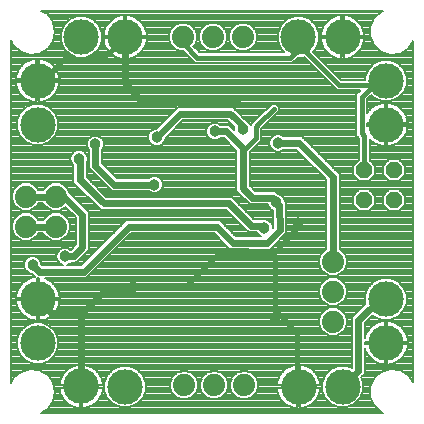
<source format=gbl>
G75*
G70*
%OFA0B0*%
%FSLAX24Y24*%
%IPPOS*%
%LPD*%
%AMOC8*
5,1,8,0,0,1.08239X$1,22.5*
%
%ADD10C,0.1181*%
%ADD11C,0.0297*%
%ADD12C,0.0740*%
%ADD13OC8,0.0540*%
%ADD14C,0.0079*%
%ADD15C,0.0160*%
%ADD16C,0.0240*%
%ADD17C,0.0380*%
D10*
X001371Y002690D03*
X002820Y001245D03*
X004280Y001241D03*
X001371Y004166D03*
X001363Y009977D03*
X001367Y011442D03*
X002820Y012898D03*
X004284Y012894D03*
X010060Y012894D03*
X011532Y012894D03*
X012981Y011442D03*
X012977Y009977D03*
X012977Y004162D03*
X012981Y002702D03*
X011532Y001241D03*
X010064Y001241D03*
D11*
X009780Y001528D03*
X010064Y001646D03*
X010351Y001528D03*
X010469Y001241D03*
X010351Y000950D03*
X010064Y000843D03*
X009780Y000954D03*
X009662Y001241D03*
X011131Y001241D03*
X011249Y001528D03*
X011532Y001646D03*
X011820Y001528D03*
X011938Y001241D03*
X011820Y000950D03*
X011532Y000843D03*
X011249Y000954D03*
X012698Y002414D03*
X012981Y002304D03*
X013269Y002410D03*
X013387Y002702D03*
X013269Y002989D03*
X012981Y003107D03*
X012698Y002989D03*
X012580Y002702D03*
X012977Y003765D03*
X012694Y003875D03*
X012576Y004162D03*
X012694Y004450D03*
X012977Y004568D03*
X013265Y004450D03*
X013383Y004162D03*
X013265Y003871D03*
X012977Y009580D03*
X012694Y009690D03*
X012576Y009977D03*
X012694Y010265D03*
X012977Y010383D03*
X013265Y010265D03*
X013383Y009977D03*
X013265Y009686D03*
X012981Y011044D03*
X012698Y011154D03*
X012580Y011442D03*
X012698Y011729D03*
X012981Y011847D03*
X013269Y011729D03*
X013387Y011442D03*
X013269Y011150D03*
X011820Y012603D03*
X011532Y012497D03*
X011249Y012607D03*
X011131Y012894D03*
X011249Y013182D03*
X011532Y013300D03*
X011820Y013182D03*
X011938Y012894D03*
X010465Y012894D03*
X010347Y013182D03*
X010060Y013300D03*
X009776Y013182D03*
X009658Y012894D03*
X009776Y012607D03*
X010060Y012497D03*
X010347Y012603D03*
X004690Y012894D03*
X004572Y013182D03*
X004284Y013300D03*
X004001Y013182D03*
X003883Y012894D03*
X004001Y012607D03*
X004284Y012497D03*
X004572Y012603D03*
X003225Y012898D03*
X003107Y013186D03*
X002820Y013304D03*
X002536Y013186D03*
X002418Y012898D03*
X002536Y012611D03*
X002820Y012501D03*
X003107Y012607D03*
X001772Y011442D03*
X001654Y011729D03*
X001367Y011847D03*
X001083Y011729D03*
X000965Y011442D03*
X001083Y011154D03*
X001367Y011044D03*
X001654Y011150D03*
X001363Y010383D03*
X001080Y010265D03*
X000961Y009977D03*
X001080Y009690D03*
X001363Y009580D03*
X001650Y009686D03*
X001769Y009977D03*
X001650Y010265D03*
X001371Y004572D03*
X001087Y004454D03*
X000969Y004166D03*
X001087Y003879D03*
X001371Y003769D03*
X001658Y003875D03*
X001776Y004166D03*
X001658Y004454D03*
X001371Y003095D03*
X001087Y002977D03*
X000969Y002690D03*
X001087Y002402D03*
X001371Y002292D03*
X001658Y002398D03*
X001776Y002690D03*
X001658Y002977D03*
X002820Y001650D03*
X002536Y001532D03*
X002418Y001245D03*
X002536Y000957D03*
X002820Y000847D03*
X003107Y000954D03*
X003225Y001245D03*
X003107Y001532D03*
X003879Y001241D03*
X003997Y001528D03*
X004280Y001646D03*
X004568Y001528D03*
X004686Y001241D03*
X004568Y000950D03*
X004280Y000843D03*
X003997Y000954D03*
D12*
X006253Y001284D03*
X007253Y001284D03*
X008253Y001284D03*
X011209Y003410D03*
X011209Y004410D03*
X011209Y005410D03*
X008206Y012898D03*
X007206Y012898D03*
X006206Y012898D03*
X001977Y007576D03*
X000977Y007576D03*
X000973Y006576D03*
X001973Y006576D03*
D13*
X012245Y007457D03*
X013245Y007457D03*
X013245Y008457D03*
X012245Y008457D03*
D14*
X000489Y012783D02*
X000489Y001361D01*
X000561Y001522D01*
X000561Y001522D01*
X000800Y001736D01*
X000800Y001736D01*
X001105Y001836D01*
X001105Y001836D01*
X001424Y001802D01*
X001424Y001802D01*
X001703Y001642D01*
X001703Y001642D01*
X001703Y001642D01*
X001891Y001382D01*
X001891Y001382D01*
X001958Y001068D01*
X001958Y001068D01*
X001891Y000754D01*
X001703Y000494D01*
X001703Y000494D01*
X001490Y000371D01*
X012893Y000371D01*
X012808Y000399D01*
X012808Y000399D01*
X012569Y000614D01*
X012569Y000614D01*
X012438Y000907D01*
X012438Y001228D01*
X012569Y001522D01*
X012569Y001522D01*
X012808Y001736D01*
X012808Y001736D01*
X013113Y001836D01*
X013113Y001836D01*
X013432Y001802D01*
X013432Y001802D01*
X013710Y001642D01*
X013710Y001642D01*
X013710Y001642D01*
X013890Y001394D01*
X013890Y012749D01*
X013710Y012502D01*
X013710Y012502D01*
X013710Y012502D01*
X013432Y012341D01*
X013432Y012341D01*
X013113Y012308D01*
X013113Y012308D01*
X012808Y012407D01*
X012808Y012407D01*
X012569Y012622D01*
X012569Y012622D01*
X012438Y012915D01*
X012438Y013236D01*
X012569Y013530D01*
X012569Y013530D01*
X012808Y013744D01*
X012808Y013744D01*
X012893Y013772D01*
X001490Y013772D01*
X001703Y013649D01*
X001703Y013649D01*
X001891Y013390D01*
X001891Y013390D01*
X001958Y013076D01*
X001891Y012761D01*
X001703Y012502D01*
X001703Y012502D01*
X001703Y012502D01*
X001424Y012341D01*
X001424Y012341D01*
X001105Y012308D01*
X001105Y012308D01*
X000800Y012407D01*
X000800Y012407D01*
X000561Y012622D01*
X000561Y012622D01*
X000489Y012783D01*
X000489Y012710D02*
X000522Y012710D01*
X000489Y012633D02*
X000556Y012633D01*
X000489Y012556D02*
X000634Y012556D01*
X000720Y012478D02*
X000489Y012478D01*
X000489Y012401D02*
X000817Y012401D01*
X001055Y012324D02*
X000489Y012324D01*
X000489Y012247D02*
X002590Y012247D01*
X002682Y012209D02*
X002957Y012209D01*
X003210Y012314D01*
X003405Y012508D01*
X003510Y012761D01*
X003510Y013036D01*
X003405Y013289D01*
X003210Y013483D01*
X002957Y013588D01*
X002682Y013588D01*
X002429Y013483D01*
X002235Y013289D01*
X002130Y013036D01*
X002130Y012761D01*
X002235Y012508D01*
X002429Y012314D01*
X002682Y012209D01*
X002418Y012324D02*
X001261Y012324D01*
X001303Y012170D02*
X000489Y012170D01*
X000489Y012092D02*
X001034Y012092D01*
X001043Y012098D02*
X000961Y012050D01*
X000885Y011992D01*
X000817Y011924D01*
X000759Y011848D01*
X000711Y011765D01*
X000674Y011677D01*
X000649Y011584D01*
X000637Y011490D01*
X000637Y011481D01*
X001328Y011481D01*
X001328Y012172D01*
X001319Y012172D01*
X001224Y012159D01*
X001132Y012134D01*
X001043Y012098D01*
X000915Y012015D02*
X000489Y012015D01*
X000489Y011938D02*
X000831Y011938D01*
X000768Y011861D02*
X000489Y011861D01*
X000489Y011783D02*
X000721Y011783D01*
X000686Y011706D02*
X000489Y011706D01*
X000489Y011629D02*
X000661Y011629D01*
X000645Y011552D02*
X000489Y011552D01*
X000489Y011474D02*
X001328Y011474D01*
X001328Y011481D02*
X001328Y011402D01*
X001406Y011402D01*
X001406Y010712D01*
X001415Y010712D01*
X001510Y010724D01*
X001602Y010749D01*
X001690Y010786D01*
X001773Y010834D01*
X001849Y010892D01*
X001917Y010959D01*
X001975Y011035D01*
X002023Y011118D01*
X002060Y011207D01*
X002084Y011299D01*
X002097Y011394D01*
X002097Y011402D01*
X001406Y011402D01*
X001406Y011481D01*
X001328Y011481D01*
X001328Y011552D02*
X001406Y011552D01*
X001406Y011481D02*
X001406Y012172D01*
X001415Y012172D01*
X001510Y012159D01*
X001602Y012134D01*
X001690Y012098D01*
X001773Y012050D01*
X001849Y011992D01*
X001917Y011924D01*
X001975Y011848D01*
X002023Y011765D01*
X002060Y011677D01*
X002084Y011584D01*
X002097Y011490D01*
X002097Y011481D01*
X001406Y011481D01*
X001406Y011474D02*
X010978Y011474D01*
X011056Y011397D02*
X002097Y011397D01*
X002087Y011320D02*
X011133Y011320D01*
X011210Y011243D02*
X002069Y011243D01*
X002043Y011165D02*
X011287Y011165D01*
X011235Y011218D02*
X011340Y011113D01*
X012123Y011113D01*
X012100Y011090D01*
X011995Y010985D01*
X011995Y009608D01*
X012080Y009522D01*
X012070Y008805D01*
X011876Y008610D01*
X011876Y008304D01*
X012092Y008088D01*
X012398Y008088D01*
X012614Y008304D01*
X012614Y008610D01*
X012429Y008796D01*
X012438Y009484D01*
X012495Y009427D01*
X012571Y009369D01*
X012654Y009321D01*
X012742Y009284D01*
X012834Y009260D01*
X012929Y009247D01*
X012938Y009247D01*
X012938Y009938D01*
X013017Y009938D01*
X013017Y010017D01*
X012938Y010017D01*
X012938Y010707D01*
X012929Y010707D01*
X012834Y010695D01*
X012742Y010670D01*
X012654Y010633D01*
X012571Y010585D01*
X012495Y010527D01*
X012427Y010459D01*
X012369Y010384D01*
X012353Y010357D01*
X012353Y010836D01*
X012482Y010965D01*
X012590Y010857D01*
X012844Y010752D01*
X013118Y010752D01*
X013372Y010857D01*
X013566Y011051D01*
X013671Y011304D01*
X013671Y011579D01*
X013566Y011833D01*
X013372Y012027D01*
X013118Y012132D01*
X012844Y012132D01*
X012590Y012027D01*
X012396Y011833D01*
X012291Y011579D01*
X012291Y011471D01*
X011488Y011471D01*
X010551Y012409D01*
X010645Y012504D01*
X010750Y012757D01*
X010750Y013032D01*
X010645Y013285D01*
X010451Y013479D01*
X010197Y013584D01*
X009923Y013584D01*
X009669Y013479D01*
X009475Y013285D01*
X009370Y013032D01*
X009370Y012757D01*
X009475Y012504D01*
X009594Y012385D01*
X006764Y012385D01*
X006560Y012589D01*
X006603Y012633D01*
X006604Y012633D02*
X006807Y012633D01*
X006808Y012633D02*
X006940Y012501D01*
X007112Y012429D01*
X007299Y012429D01*
X007471Y012501D01*
X007603Y012633D01*
X007604Y012633D02*
X007807Y012633D01*
X007808Y012633D02*
X007940Y012501D01*
X008112Y012429D01*
X008299Y012429D01*
X008471Y012501D01*
X008603Y012633D01*
X008604Y012633D02*
X009421Y012633D01*
X009389Y012710D02*
X008636Y012710D01*
X008668Y012787D02*
X009370Y012787D01*
X009370Y012865D02*
X008675Y012865D01*
X008675Y012805D02*
X008603Y012633D01*
X008527Y012556D02*
X009453Y012556D01*
X009500Y012478D02*
X008418Y012478D01*
X008675Y012805D02*
X008675Y012992D01*
X008603Y013164D01*
X008471Y013296D01*
X008299Y013368D01*
X008112Y013368D01*
X007940Y013296D01*
X007808Y013164D01*
X007736Y012992D01*
X007736Y012805D01*
X007808Y012633D01*
X007775Y012710D02*
X007636Y012710D01*
X007668Y012787D02*
X007743Y012787D01*
X007675Y012805D02*
X007603Y012633D01*
X007527Y012556D02*
X007884Y012556D01*
X007993Y012478D02*
X007418Y012478D01*
X007675Y012805D02*
X007675Y012992D01*
X007603Y013164D01*
X007471Y013296D01*
X007299Y013368D01*
X007112Y013368D01*
X006940Y013296D01*
X006808Y013164D01*
X006736Y012992D01*
X006736Y012805D01*
X006808Y012633D01*
X006775Y012710D02*
X006636Y012710D01*
X006668Y012787D02*
X006743Y012787D01*
X006675Y012805D02*
X006603Y012633D01*
X006593Y012556D02*
X006884Y012556D01*
X006993Y012478D02*
X006670Y012478D01*
X006748Y012401D02*
X009577Y012401D01*
X009921Y012092D02*
X010360Y012092D01*
X010283Y012170D02*
X009998Y012170D01*
X010033Y012205D02*
X009855Y012026D01*
X006615Y012026D01*
X006510Y012131D01*
X006213Y012429D01*
X006112Y012429D01*
X005940Y012501D01*
X005808Y012633D01*
X005807Y012633D02*
X004966Y012633D01*
X004977Y012659D02*
X005002Y012752D01*
X005014Y012847D01*
X005014Y012855D01*
X004324Y012855D01*
X004324Y012934D01*
X005014Y012934D01*
X005014Y012942D01*
X005736Y012942D01*
X005736Y012992D02*
X005736Y012805D01*
X005808Y012633D01*
X005775Y012710D02*
X004991Y012710D01*
X004977Y012659D02*
X004940Y012571D01*
X004892Y012488D01*
X004834Y012412D01*
X004767Y012345D01*
X004691Y012286D01*
X004608Y012238D01*
X004519Y012202D01*
X004427Y012177D01*
X004332Y012165D01*
X004324Y012165D01*
X004324Y012855D01*
X004245Y012855D01*
X004245Y012165D01*
X004236Y012165D01*
X004142Y012177D01*
X004049Y012202D01*
X003961Y012238D01*
X003878Y012286D01*
X003802Y012345D01*
X003734Y012412D01*
X003676Y012488D01*
X003628Y012571D01*
X003592Y012659D01*
X003567Y012752D01*
X003554Y012847D01*
X003554Y012855D01*
X004245Y012855D01*
X004245Y012934D01*
X004245Y013624D01*
X004236Y013624D01*
X004142Y013612D01*
X004049Y013587D01*
X003961Y013551D01*
X003878Y013503D01*
X003802Y013444D01*
X003734Y013377D01*
X003676Y013301D01*
X003628Y013218D01*
X003592Y013130D01*
X003567Y013037D01*
X003554Y012942D01*
X003510Y012942D01*
X003554Y012942D02*
X003554Y012934D01*
X004245Y012934D01*
X004324Y012934D01*
X004324Y013624D01*
X004332Y013624D01*
X004427Y013612D01*
X004519Y013587D01*
X004608Y013551D01*
X004691Y013503D01*
X004767Y013444D01*
X004834Y013377D01*
X004892Y013301D01*
X004940Y013218D01*
X004977Y013130D01*
X005002Y013037D01*
X005014Y012942D01*
X005004Y013019D02*
X005747Y013019D01*
X005736Y012992D02*
X005808Y013164D01*
X005940Y013296D01*
X006112Y013368D01*
X006299Y013368D01*
X006471Y013296D01*
X006603Y013164D01*
X006675Y012992D01*
X006675Y012805D01*
X006675Y012865D02*
X006736Y012865D01*
X006736Y012942D02*
X006675Y012942D01*
X006664Y013019D02*
X006747Y013019D01*
X006779Y013096D02*
X006632Y013096D01*
X006594Y013174D02*
X006817Y013174D01*
X006894Y013251D02*
X006517Y013251D01*
X006395Y013328D02*
X007016Y013328D01*
X007395Y013328D02*
X008016Y013328D01*
X007894Y013251D02*
X007517Y013251D01*
X007594Y013174D02*
X007817Y013174D01*
X007779Y013096D02*
X007632Y013096D01*
X007664Y013019D02*
X007747Y013019D01*
X007736Y012942D02*
X007675Y012942D01*
X007675Y012865D02*
X007736Y012865D01*
X008395Y013328D02*
X009518Y013328D01*
X009461Y013251D02*
X008517Y013251D01*
X008594Y013174D02*
X009429Y013174D01*
X009397Y013096D02*
X008632Y013096D01*
X008664Y013019D02*
X009370Y013019D01*
X009370Y012942D02*
X008675Y012942D01*
X009595Y013405D02*
X004806Y013405D01*
X004872Y013328D02*
X006016Y013328D01*
X005894Y013251D02*
X004921Y013251D01*
X004959Y013174D02*
X005817Y013174D01*
X005779Y013096D02*
X004986Y013096D01*
X005006Y012787D02*
X005743Y012787D01*
X005736Y012865D02*
X004324Y012865D01*
X004324Y012942D02*
X004245Y012942D01*
X004245Y013019D02*
X004324Y013019D01*
X004324Y013096D02*
X004245Y013096D01*
X004245Y013174D02*
X004324Y013174D01*
X004324Y013251D02*
X004245Y013251D01*
X004245Y013328D02*
X004324Y013328D01*
X004324Y013405D02*
X004245Y013405D01*
X004245Y013483D02*
X004324Y013483D01*
X004324Y013560D02*
X004245Y013560D01*
X003983Y013560D02*
X003026Y013560D01*
X003211Y013483D02*
X003852Y013483D01*
X003763Y013405D02*
X003288Y013405D01*
X003366Y013328D02*
X003697Y013328D01*
X003647Y013251D02*
X003420Y013251D01*
X003452Y013174D02*
X003610Y013174D01*
X003583Y013096D02*
X003484Y013096D01*
X003510Y013019D02*
X003564Y013019D01*
X003510Y012865D02*
X004245Y012865D01*
X004245Y012787D02*
X004324Y012787D01*
X004324Y012710D02*
X004245Y012710D01*
X004245Y012633D02*
X004324Y012633D01*
X004324Y012556D02*
X004245Y012556D01*
X004245Y012478D02*
X004324Y012478D01*
X004324Y012401D02*
X004245Y012401D01*
X004245Y012324D02*
X004324Y012324D01*
X004324Y012247D02*
X004245Y012247D01*
X004245Y012170D02*
X004324Y012170D01*
X004370Y012170D02*
X006472Y012170D01*
X006395Y012247D02*
X004622Y012247D01*
X004740Y012324D02*
X006318Y012324D01*
X006240Y012401D02*
X004823Y012401D01*
X004885Y012478D02*
X005993Y012478D01*
X005884Y012556D02*
X004932Y012556D01*
X004199Y012170D02*
X001431Y012170D01*
X001406Y012170D02*
X001328Y012170D01*
X001328Y012092D02*
X001406Y012092D01*
X001406Y012015D02*
X001328Y012015D01*
X001328Y011938D02*
X001406Y011938D01*
X001406Y011861D02*
X001328Y011861D01*
X001328Y011783D02*
X001406Y011783D01*
X001406Y011706D02*
X001328Y011706D01*
X001328Y011629D02*
X001406Y011629D01*
X001406Y011397D02*
X001328Y011397D01*
X001328Y011402D02*
X001328Y010712D01*
X001319Y010712D01*
X001224Y010724D01*
X001132Y010749D01*
X001043Y010786D01*
X000961Y010834D01*
X000885Y010892D01*
X000817Y010959D01*
X000759Y011035D01*
X000711Y011118D01*
X000674Y011207D01*
X000649Y011299D01*
X000637Y011394D01*
X000637Y011402D01*
X001328Y011402D01*
X001328Y011320D02*
X001406Y011320D01*
X001406Y011243D02*
X001328Y011243D01*
X001328Y011165D02*
X001406Y011165D01*
X001406Y011088D02*
X001328Y011088D01*
X001328Y011011D02*
X001406Y011011D01*
X001406Y010934D02*
X001328Y010934D01*
X001328Y010856D02*
X001406Y010856D01*
X001406Y010779D02*
X001328Y010779D01*
X001226Y010667D02*
X000972Y010562D01*
X000778Y010368D01*
X000673Y010114D01*
X000673Y009840D01*
X000778Y009586D01*
X000972Y009392D01*
X001226Y009287D01*
X001500Y009287D01*
X001754Y009392D01*
X001948Y009586D01*
X002053Y009840D01*
X002053Y010114D01*
X001948Y010368D01*
X001754Y010562D01*
X001500Y010667D01*
X001226Y010667D01*
X001123Y010625D02*
X000489Y010625D01*
X000489Y010702D02*
X011995Y010702D01*
X011995Y010779D02*
X001675Y010779D01*
X001803Y010856D02*
X011995Y010856D01*
X011995Y010934D02*
X001891Y010934D01*
X001956Y011011D02*
X012021Y011011D01*
X012098Y011088D02*
X002006Y011088D01*
X002089Y011552D02*
X010901Y011552D01*
X010824Y011629D02*
X002072Y011629D01*
X002047Y011706D02*
X010747Y011706D01*
X010669Y011783D02*
X002013Y011783D01*
X001966Y011861D02*
X010592Y011861D01*
X010515Y011938D02*
X001903Y011938D01*
X001819Y012015D02*
X010438Y012015D01*
X010713Y012247D02*
X011194Y012247D01*
X011209Y012238D02*
X011297Y012202D01*
X011390Y012177D01*
X011484Y012165D01*
X011493Y012165D01*
X011493Y012855D01*
X011572Y012855D01*
X011572Y012934D01*
X012262Y012934D01*
X012262Y012942D01*
X012438Y012942D01*
X012438Y013019D02*
X012252Y013019D01*
X012250Y013037D02*
X012225Y013130D01*
X012188Y013218D01*
X012140Y013301D01*
X012082Y013377D01*
X012015Y013444D01*
X011939Y013503D01*
X011856Y013551D01*
X011767Y013587D01*
X011675Y013612D01*
X011580Y013624D01*
X011572Y013624D01*
X011572Y012934D01*
X011493Y012934D01*
X011493Y013624D01*
X011484Y013624D01*
X011390Y013612D01*
X011297Y013587D01*
X011209Y013551D01*
X011126Y013503D01*
X011050Y013444D01*
X010982Y013377D01*
X010924Y013301D01*
X010876Y013218D01*
X010840Y013130D01*
X010815Y013037D01*
X010802Y012942D01*
X010750Y012942D01*
X010802Y012942D02*
X010802Y012934D01*
X011493Y012934D01*
X011493Y012855D01*
X010802Y012855D01*
X010802Y012847D01*
X010815Y012752D01*
X010840Y012659D01*
X010876Y012571D01*
X010924Y012488D01*
X010982Y012412D01*
X011050Y012345D01*
X011126Y012286D01*
X011209Y012238D01*
X011077Y012324D02*
X010636Y012324D01*
X010559Y012401D02*
X010993Y012401D01*
X010931Y012478D02*
X010620Y012478D01*
X010666Y012556D02*
X010885Y012556D01*
X010851Y012633D02*
X010698Y012633D01*
X010730Y012710D02*
X010826Y012710D01*
X010810Y012787D02*
X010750Y012787D01*
X010750Y012865D02*
X011493Y012865D01*
X011493Y012942D02*
X011572Y012942D01*
X011572Y013019D02*
X011493Y013019D01*
X011493Y013096D02*
X011572Y013096D01*
X011572Y013174D02*
X011493Y013174D01*
X011493Y013251D02*
X011572Y013251D01*
X011572Y013328D02*
X011493Y013328D01*
X011493Y013405D02*
X011572Y013405D01*
X011572Y013483D02*
X011493Y013483D01*
X011493Y013560D02*
X011572Y013560D01*
X011833Y013560D02*
X012603Y013560D01*
X012548Y013483D02*
X011965Y013483D01*
X012054Y013405D02*
X012514Y013405D01*
X012479Y013328D02*
X012120Y013328D01*
X012169Y013251D02*
X012445Y013251D01*
X012438Y013174D02*
X012207Y013174D01*
X012234Y013096D02*
X012438Y013096D01*
X012461Y012865D02*
X011572Y012865D01*
X011572Y012855D02*
X012262Y012855D01*
X012262Y012847D01*
X012250Y012752D01*
X012225Y012659D01*
X012188Y012571D01*
X012140Y012488D01*
X012082Y012412D01*
X012015Y012345D01*
X011939Y012286D01*
X011856Y012238D01*
X011767Y012202D01*
X011675Y012177D01*
X011580Y012165D01*
X011572Y012165D01*
X011572Y012855D01*
X011572Y012787D02*
X011493Y012787D01*
X011493Y012710D02*
X011572Y012710D01*
X011572Y012633D02*
X011493Y012633D01*
X011493Y012556D02*
X011572Y012556D01*
X011572Y012478D02*
X011493Y012478D01*
X011493Y012401D02*
X011572Y012401D01*
X011572Y012324D02*
X011493Y012324D01*
X011493Y012247D02*
X011572Y012247D01*
X011572Y012170D02*
X011493Y012170D01*
X011447Y012170D02*
X010790Y012170D01*
X010868Y012092D02*
X012749Y012092D01*
X012579Y012015D02*
X010945Y012015D01*
X011022Y011938D02*
X012501Y011938D01*
X012424Y011861D02*
X011099Y011861D01*
X011177Y011783D02*
X012376Y011783D01*
X012344Y011706D02*
X011254Y011706D01*
X011331Y011629D02*
X012312Y011629D01*
X012291Y011552D02*
X011408Y011552D01*
X011486Y011474D02*
X012291Y011474D01*
X012100Y011090D02*
X012100Y011090D01*
X012374Y010856D02*
X012591Y010856D01*
X012513Y010934D02*
X012451Y010934D01*
X012353Y010779D02*
X012778Y010779D01*
X012890Y010702D02*
X012353Y010702D01*
X012353Y010625D02*
X012639Y010625D01*
X012521Y010547D02*
X012353Y010547D01*
X012353Y010470D02*
X012438Y010470D01*
X012376Y010393D02*
X012353Y010393D01*
X012353Y010017D02*
X012938Y010017D01*
X012938Y009938D01*
X012353Y009938D01*
X012353Y010017D01*
X012353Y010007D02*
X012938Y010007D01*
X012938Y010084D02*
X013017Y010084D01*
X013017Y010017D02*
X013017Y010707D01*
X013025Y010707D01*
X013120Y010695D01*
X013212Y010670D01*
X013301Y010633D01*
X013384Y010585D01*
X013459Y010527D01*
X013527Y010459D01*
X013585Y010384D01*
X013633Y010301D01*
X013670Y010212D01*
X013695Y010120D01*
X013707Y010025D01*
X013707Y010017D01*
X013017Y010017D01*
X013017Y010007D02*
X013890Y010007D01*
X013890Y010084D02*
X013699Y010084D01*
X013684Y010161D02*
X013890Y010161D01*
X013890Y010239D02*
X013659Y010239D01*
X013625Y010316D02*
X013890Y010316D01*
X013890Y010393D02*
X013578Y010393D01*
X013516Y010470D02*
X013890Y010470D01*
X013890Y010547D02*
X013433Y010547D01*
X013315Y010625D02*
X013890Y010625D01*
X013890Y010702D02*
X013064Y010702D01*
X013017Y010702D02*
X012938Y010702D01*
X012938Y010625D02*
X013017Y010625D01*
X013017Y010547D02*
X012938Y010547D01*
X012938Y010470D02*
X013017Y010470D01*
X013017Y010393D02*
X012938Y010393D01*
X012938Y010316D02*
X013017Y010316D01*
X013017Y010239D02*
X012938Y010239D01*
X012938Y010161D02*
X013017Y010161D01*
X013017Y009938D02*
X013707Y009938D01*
X013707Y009929D01*
X013695Y009834D01*
X013670Y009742D01*
X013633Y009654D01*
X013585Y009571D01*
X013527Y009495D01*
X013459Y009427D01*
X013384Y009369D01*
X013301Y009321D01*
X013212Y009284D01*
X013120Y009260D01*
X013025Y009247D01*
X013017Y009247D01*
X013017Y009938D01*
X013017Y009930D02*
X012938Y009930D01*
X012938Y009852D02*
X013017Y009852D01*
X013017Y009775D02*
X012938Y009775D01*
X012938Y009698D02*
X013017Y009698D01*
X013017Y009621D02*
X012938Y009621D01*
X012938Y009543D02*
X013017Y009543D01*
X013017Y009466D02*
X012938Y009466D01*
X012938Y009389D02*
X013017Y009389D01*
X013017Y009312D02*
X012938Y009312D01*
X012677Y009312D02*
X012436Y009312D01*
X012437Y009389D02*
X012545Y009389D01*
X012456Y009466D02*
X012438Y009466D01*
X012435Y009234D02*
X013890Y009234D01*
X013890Y009157D02*
X012434Y009157D01*
X012433Y009080D02*
X013890Y009080D01*
X013890Y009003D02*
X012432Y009003D01*
X012431Y008925D02*
X013890Y008925D01*
X013890Y008848D02*
X012430Y008848D01*
X012454Y008771D02*
X013036Y008771D01*
X013092Y008827D02*
X012876Y008610D01*
X012876Y008304D01*
X013092Y008088D01*
X013398Y008088D01*
X013614Y008304D01*
X013614Y008610D01*
X013398Y008827D01*
X013092Y008827D01*
X012959Y008694D02*
X012531Y008694D01*
X012608Y008616D02*
X012881Y008616D01*
X012876Y008539D02*
X012614Y008539D01*
X012614Y008462D02*
X012876Y008462D01*
X012876Y008385D02*
X012614Y008385D01*
X012614Y008308D02*
X012876Y008308D01*
X012950Y008230D02*
X012540Y008230D01*
X012463Y008153D02*
X013027Y008153D01*
X013092Y007827D02*
X012876Y007610D01*
X012876Y007304D01*
X013092Y007088D01*
X013398Y007088D01*
X013614Y007304D01*
X013614Y007610D01*
X013398Y007827D01*
X013092Y007827D01*
X013032Y007767D02*
X012458Y007767D01*
X012398Y007827D02*
X012614Y007610D01*
X012614Y007304D01*
X012398Y007088D01*
X012092Y007088D01*
X011876Y007304D01*
X011876Y007610D01*
X012092Y007827D01*
X012398Y007827D01*
X012535Y007690D02*
X012955Y007690D01*
X012877Y007612D02*
X012612Y007612D01*
X012614Y007535D02*
X012876Y007535D01*
X012876Y007458D02*
X012614Y007458D01*
X012614Y007381D02*
X012876Y007381D01*
X012877Y007303D02*
X012613Y007303D01*
X012536Y007226D02*
X012954Y007226D01*
X013031Y007149D02*
X012459Y007149D01*
X012031Y007149D02*
X011429Y007149D01*
X011429Y007226D02*
X011954Y007226D01*
X011877Y007303D02*
X011429Y007303D01*
X011429Y007381D02*
X011876Y007381D01*
X011876Y007458D02*
X011429Y007458D01*
X011429Y007535D02*
X011876Y007535D01*
X011877Y007612D02*
X011429Y007612D01*
X011429Y007690D02*
X011955Y007690D01*
X012032Y007767D02*
X011429Y007767D01*
X011429Y007844D02*
X013890Y007844D01*
X013890Y007767D02*
X013458Y007767D01*
X013535Y007690D02*
X013890Y007690D01*
X013890Y007612D02*
X013612Y007612D01*
X013614Y007535D02*
X013890Y007535D01*
X013890Y007458D02*
X013614Y007458D01*
X013614Y007381D02*
X013890Y007381D01*
X013890Y007303D02*
X013613Y007303D01*
X013536Y007226D02*
X013890Y007226D01*
X013890Y007149D02*
X013459Y007149D01*
X013890Y007072D02*
X011429Y007072D01*
X011429Y006994D02*
X013890Y006994D01*
X013890Y006917D02*
X011429Y006917D01*
X011429Y006840D02*
X013890Y006840D01*
X013890Y006763D02*
X011429Y006763D01*
X011429Y006685D02*
X013890Y006685D01*
X013890Y006608D02*
X011429Y006608D01*
X011429Y006531D02*
X013890Y006531D01*
X013890Y006454D02*
X011429Y006454D01*
X011429Y006376D02*
X013890Y006376D01*
X013890Y006299D02*
X011429Y006299D01*
X011429Y006222D02*
X013890Y006222D01*
X013890Y006145D02*
X011429Y006145D01*
X011429Y006068D02*
X013890Y006068D01*
X013890Y005990D02*
X011429Y005990D01*
X011429Y005913D02*
X013890Y005913D01*
X013890Y005836D02*
X011429Y005836D01*
X011429Y005827D02*
X011429Y008328D01*
X010303Y009454D01*
X010174Y009582D01*
X009573Y009582D01*
X009547Y009608D01*
X009440Y009652D01*
X009325Y009652D01*
X009219Y009608D01*
X009137Y009527D01*
X009093Y009421D01*
X009093Y009305D01*
X009137Y009199D01*
X009219Y009118D01*
X009325Y009074D01*
X009440Y009074D01*
X009547Y009118D01*
X009573Y009144D01*
X009993Y009144D01*
X010990Y008146D01*
X010990Y005827D01*
X010944Y005808D01*
X010812Y005676D01*
X010740Y005504D01*
X010740Y005317D01*
X010812Y005144D01*
X010944Y005012D01*
X011116Y004941D01*
X011303Y004941D01*
X011475Y005012D01*
X011607Y005144D01*
X011679Y005317D01*
X011679Y005504D01*
X011607Y005676D01*
X011475Y005808D01*
X011429Y005827D01*
X011525Y005759D02*
X013890Y005759D01*
X013890Y005681D02*
X011602Y005681D01*
X011637Y005604D02*
X013890Y005604D01*
X013890Y005527D02*
X011669Y005527D01*
X011679Y005450D02*
X013890Y005450D01*
X013890Y005372D02*
X011679Y005372D01*
X011670Y005295D02*
X013890Y005295D01*
X013890Y005218D02*
X011638Y005218D01*
X011604Y005141D02*
X013890Y005141D01*
X013890Y005063D02*
X011526Y005063D01*
X011412Y004986D02*
X013890Y004986D01*
X013890Y004909D02*
X003050Y004909D01*
X003057Y004916D02*
X003121Y004980D01*
X003121Y004981D01*
X004489Y006348D01*
X007256Y006348D01*
X007727Y005877D01*
X007791Y005813D01*
X007791Y005813D01*
X007792Y005813D01*
X007882Y005813D01*
X008940Y005809D01*
X008942Y005807D01*
X009030Y005809D01*
X009118Y005809D01*
X009121Y005811D01*
X009123Y005811D01*
X009185Y005874D01*
X009247Y005937D01*
X009247Y005940D01*
X009587Y006292D01*
X009650Y006356D01*
X009650Y006358D01*
X009651Y006359D01*
X009649Y006448D01*
X009645Y007293D01*
X009645Y007383D01*
X009645Y007383D01*
X009645Y007384D01*
X009605Y007423D01*
X009605Y007444D01*
X009561Y007551D01*
X009480Y007632D01*
X009378Y007674D01*
X009289Y007763D01*
X008619Y007763D01*
X008433Y007950D01*
X008433Y009045D01*
X008826Y009438D01*
X008826Y009832D01*
X008905Y009911D01*
X009416Y010423D01*
X009416Y010571D01*
X009311Y010676D01*
X009163Y010676D01*
X008651Y010164D01*
X008572Y010086D01*
X008467Y009981D01*
X008467Y009971D01*
X008459Y009991D01*
X008377Y010073D01*
X008343Y010087D01*
X008315Y010115D01*
X008290Y010164D01*
X008253Y010177D01*
X008118Y010312D01*
X008000Y010430D01*
X007871Y010559D01*
X006036Y010559D01*
X005319Y009841D01*
X005282Y009841D01*
X005175Y009797D01*
X005094Y009716D01*
X005050Y009610D01*
X005050Y009494D01*
X005094Y009388D01*
X005175Y009307D01*
X005282Y009263D01*
X005397Y009263D01*
X005503Y009307D01*
X005585Y009388D01*
X005629Y009494D01*
X005629Y009531D01*
X006218Y010120D01*
X007689Y010120D01*
X007808Y010002D01*
X007924Y009885D01*
X007924Y009797D01*
X007882Y009840D01*
X007753Y009968D01*
X007458Y009968D01*
X007432Y009994D01*
X007326Y010038D01*
X007211Y010038D01*
X007105Y009994D01*
X007023Y009913D01*
X006979Y009806D01*
X006979Y009691D01*
X007023Y009585D01*
X007105Y009504D01*
X007211Y009459D01*
X007326Y009459D01*
X007432Y009504D01*
X007458Y009529D01*
X007571Y009529D01*
X007994Y009107D01*
X007994Y007768D01*
X008437Y007325D01*
X009028Y007325D01*
X009070Y007223D01*
X009152Y007141D01*
X009207Y007118D01*
X009210Y006534D01*
X009207Y006531D01*
X009208Y006531D01*
X009207Y006531D02*
X009207Y006582D01*
X009163Y006688D01*
X009082Y006770D01*
X008976Y006814D01*
X008946Y006814D01*
X008944Y006816D01*
X008941Y006816D01*
X008938Y006819D01*
X008850Y006819D01*
X008762Y006821D01*
X008760Y006819D01*
X008580Y006819D01*
X007832Y007567D01*
X003659Y007567D01*
X003000Y008226D01*
X003000Y008712D01*
X003030Y008786D01*
X003030Y008901D01*
X002986Y009007D01*
X002905Y009089D01*
X002799Y009133D01*
X002683Y009133D01*
X002577Y009089D01*
X002496Y009007D01*
X002452Y008901D01*
X002452Y008786D01*
X002496Y008679D01*
X002561Y008614D01*
X002561Y008044D01*
X003348Y007256D01*
X003477Y007128D01*
X007650Y007128D01*
X008270Y006508D01*
X008398Y006380D01*
X008665Y006380D01*
X008673Y006360D01*
X008754Y006279D01*
X008828Y006248D01*
X007974Y006251D01*
X007571Y006655D01*
X007571Y006659D01*
X007442Y006787D01*
X007438Y006787D01*
X007430Y006795D01*
X007249Y006795D01*
X007241Y006787D01*
X004308Y006787D01*
X004179Y006659D01*
X002812Y005291D01*
X002344Y005293D01*
X002444Y005334D01*
X002481Y005371D01*
X002580Y005376D01*
X002667Y005378D01*
X002670Y005381D01*
X002674Y005381D01*
X002732Y005446D01*
X003012Y005737D01*
X003074Y005800D01*
X003074Y005802D01*
X003076Y005804D01*
X003074Y005893D01*
X003074Y007068D01*
X002946Y007197D01*
X002427Y007715D01*
X002375Y007841D01*
X002243Y007974D01*
X002071Y008045D01*
X001884Y008045D01*
X001711Y007974D01*
X001579Y007841D01*
X001560Y007795D01*
X001394Y007795D01*
X001375Y007841D01*
X001243Y007974D01*
X001071Y008045D01*
X000884Y008045D01*
X000711Y007974D01*
X000579Y007841D01*
X000508Y007669D01*
X000508Y007482D01*
X000579Y007310D01*
X000711Y007178D01*
X000884Y007106D01*
X001071Y007106D01*
X001243Y007178D01*
X001375Y007310D01*
X001394Y007356D01*
X001560Y007356D01*
X001579Y007310D01*
X001711Y007178D01*
X001884Y007106D01*
X002071Y007106D01*
X002243Y007178D01*
X002294Y007228D01*
X002636Y006886D01*
X002636Y005979D01*
X002473Y005810D01*
X002460Y005809D01*
X002444Y005825D01*
X002338Y005869D01*
X002223Y005869D01*
X002116Y005825D01*
X002035Y005743D01*
X001991Y005637D01*
X001991Y005522D01*
X002035Y005416D01*
X002116Y005334D01*
X002216Y005293D01*
X001706Y005295D01*
X001615Y005295D01*
X001525Y005295D01*
X001524Y005295D01*
X001509Y005295D01*
X001487Y005317D01*
X001487Y005361D01*
X001443Y005468D01*
X001362Y005549D01*
X001255Y005593D01*
X001140Y005593D01*
X001034Y005549D01*
X000952Y005468D01*
X000908Y005361D01*
X000908Y005246D01*
X000952Y005140D01*
X001034Y005059D01*
X001055Y005050D01*
X001107Y004998D01*
X001186Y004998D01*
X001292Y004892D01*
X001228Y004884D01*
X001136Y004859D01*
X001047Y004822D01*
X000964Y004774D01*
X000889Y004716D01*
X000821Y004648D01*
X000763Y004573D01*
X000715Y004490D01*
X000678Y004401D01*
X000653Y004309D01*
X000641Y004214D01*
X000641Y004206D01*
X001331Y004206D01*
X001331Y004856D01*
X001410Y004856D01*
X001410Y004206D01*
X001331Y004206D01*
X001331Y004127D01*
X000641Y004127D01*
X000641Y004118D01*
X000653Y004023D01*
X000678Y003931D01*
X000715Y003843D01*
X000763Y003760D01*
X000821Y003684D01*
X000889Y003616D01*
X000964Y003558D01*
X001047Y003510D01*
X001136Y003473D01*
X001228Y003449D01*
X001323Y003436D01*
X001331Y003436D01*
X001331Y004127D01*
X001410Y004127D01*
X001410Y003436D01*
X001419Y003436D01*
X001514Y003449D01*
X001606Y003473D01*
X001694Y003510D01*
X001777Y003558D01*
X001853Y003616D01*
X001921Y003684D01*
X001979Y003760D01*
X002027Y003843D01*
X002064Y003931D01*
X002088Y004023D01*
X002101Y004118D01*
X002101Y004127D01*
X001410Y004127D01*
X001410Y004206D01*
X002101Y004206D01*
X002101Y004214D01*
X002088Y004309D01*
X002064Y004401D01*
X002027Y004490D01*
X001979Y004573D01*
X001921Y004648D01*
X001853Y004716D01*
X001777Y004774D01*
X001694Y004822D01*
X001612Y004856D01*
X001615Y004856D01*
X002811Y004853D01*
X002811Y004852D01*
X002902Y004852D01*
X002993Y004852D01*
X002993Y004852D01*
X002993Y004852D01*
X003057Y004916D01*
X003127Y004986D02*
X011007Y004986D01*
X010892Y005063D02*
X003204Y005063D01*
X003282Y005141D02*
X010815Y005141D01*
X010781Y005218D02*
X003359Y005218D01*
X003436Y005295D02*
X010749Y005295D01*
X010740Y005372D02*
X003513Y005372D01*
X003591Y005450D02*
X010740Y005450D01*
X010750Y005527D02*
X003668Y005527D01*
X003745Y005604D02*
X010782Y005604D01*
X010817Y005681D02*
X003822Y005681D01*
X003900Y005759D02*
X010894Y005759D01*
X010990Y005836D02*
X009148Y005836D01*
X009224Y005913D02*
X010990Y005913D01*
X010990Y005990D02*
X009296Y005990D01*
X009370Y006068D02*
X010990Y006068D01*
X010990Y006145D02*
X009445Y006145D01*
X009519Y006222D02*
X010990Y006222D01*
X010990Y006299D02*
X009594Y006299D01*
X009651Y006376D02*
X010990Y006376D01*
X010990Y006454D02*
X009649Y006454D01*
X009649Y006531D02*
X010990Y006531D01*
X010990Y006608D02*
X009649Y006608D01*
X009648Y006685D02*
X010990Y006685D01*
X010990Y006763D02*
X009648Y006763D01*
X009647Y006840D02*
X010990Y006840D01*
X010990Y006917D02*
X009647Y006917D01*
X009647Y006994D02*
X010990Y006994D01*
X010990Y007072D02*
X009646Y007072D01*
X009646Y007149D02*
X010990Y007149D01*
X010990Y007226D02*
X009646Y007226D01*
X009645Y007303D02*
X010990Y007303D01*
X010990Y007381D02*
X009645Y007381D01*
X009599Y007458D02*
X010990Y007458D01*
X010990Y007535D02*
X009567Y007535D01*
X009499Y007612D02*
X010990Y007612D01*
X010990Y007690D02*
X009362Y007690D01*
X009198Y007544D02*
X008725Y007544D01*
X008616Y007767D02*
X010990Y007767D01*
X010990Y007844D02*
X008539Y007844D01*
X008461Y007921D02*
X010990Y007921D01*
X010990Y007999D02*
X008433Y007999D01*
X008433Y008076D02*
X010990Y008076D01*
X010983Y008153D02*
X008433Y008153D01*
X008433Y008230D02*
X010906Y008230D01*
X010829Y008308D02*
X008433Y008308D01*
X008433Y008385D02*
X010751Y008385D01*
X010674Y008462D02*
X008433Y008462D01*
X008433Y008539D02*
X010597Y008539D01*
X010520Y008616D02*
X008433Y008616D01*
X008433Y008694D02*
X010443Y008694D01*
X010365Y008771D02*
X008433Y008771D01*
X008433Y008848D02*
X010288Y008848D01*
X010211Y008925D02*
X008433Y008925D01*
X008433Y009003D02*
X010134Y009003D01*
X010056Y009080D02*
X009455Y009080D01*
X009310Y009080D02*
X008467Y009080D01*
X008545Y009157D02*
X009179Y009157D01*
X009123Y009234D02*
X008622Y009234D01*
X008699Y009312D02*
X009093Y009312D01*
X009093Y009389D02*
X008776Y009389D01*
X008826Y009466D02*
X009112Y009466D01*
X009154Y009543D02*
X008826Y009543D01*
X008826Y009621D02*
X009248Y009621D01*
X009517Y009621D02*
X011995Y009621D01*
X011995Y009698D02*
X008826Y009698D01*
X008826Y009775D02*
X011995Y009775D01*
X011995Y009852D02*
X008846Y009852D01*
X008923Y009930D02*
X011995Y009930D01*
X011995Y010007D02*
X009001Y010007D01*
X009078Y010084D02*
X011995Y010084D01*
X011995Y010161D02*
X009155Y010161D01*
X009232Y010239D02*
X011995Y010239D01*
X011995Y010316D02*
X009310Y010316D01*
X009387Y010393D02*
X011995Y010393D01*
X011995Y010470D02*
X009416Y010470D01*
X009416Y010547D02*
X011995Y010547D01*
X011995Y010625D02*
X009363Y010625D01*
X009111Y010625D02*
X001603Y010625D01*
X001768Y010547D02*
X006025Y010547D01*
X005947Y010470D02*
X001846Y010470D01*
X001923Y010393D02*
X005870Y010393D01*
X005793Y010316D02*
X001970Y010316D01*
X002002Y010239D02*
X005716Y010239D01*
X005638Y010161D02*
X002033Y010161D01*
X002053Y010084D02*
X005561Y010084D01*
X005484Y010007D02*
X002053Y010007D01*
X002053Y009930D02*
X005407Y009930D01*
X005329Y009852D02*
X002053Y009852D01*
X002026Y009775D02*
X005153Y009775D01*
X005087Y009698D02*
X001994Y009698D01*
X001962Y009621D02*
X005055Y009621D01*
X005050Y009543D02*
X003474Y009543D01*
X003456Y009561D02*
X003537Y009480D01*
X003581Y009373D01*
X003581Y009258D01*
X003537Y009152D01*
X003511Y009126D01*
X003511Y008698D01*
X004013Y008197D01*
X005071Y008197D01*
X005097Y008222D01*
X005203Y008267D01*
X005318Y008267D01*
X005425Y008222D01*
X005506Y008141D01*
X005550Y008035D01*
X005550Y007920D01*
X005506Y007813D01*
X005425Y007732D01*
X005318Y007688D01*
X005203Y007688D01*
X005097Y007732D01*
X005071Y007758D01*
X003831Y007758D01*
X003703Y007886D01*
X003073Y008516D01*
X003073Y009126D01*
X003047Y009152D01*
X003003Y009258D01*
X003003Y009373D01*
X003047Y009480D01*
X003128Y009561D01*
X003235Y009605D01*
X003350Y009605D01*
X003456Y009561D01*
X003543Y009466D02*
X005062Y009466D01*
X005094Y009389D02*
X003575Y009389D01*
X003581Y009312D02*
X005170Y009312D01*
X005508Y009312D02*
X007789Y009312D01*
X007712Y009389D02*
X005585Y009389D01*
X005617Y009466D02*
X007195Y009466D01*
X007342Y009466D02*
X007635Y009466D01*
X007866Y009234D02*
X003572Y009234D01*
X003540Y009157D02*
X007944Y009157D01*
X007994Y009080D02*
X003511Y009080D01*
X003511Y009003D02*
X007994Y009003D01*
X007994Y008925D02*
X003511Y008925D01*
X003511Y008848D02*
X007994Y008848D01*
X007994Y008771D02*
X003511Y008771D01*
X003516Y008694D02*
X007994Y008694D01*
X007994Y008616D02*
X003593Y008616D01*
X003670Y008539D02*
X007994Y008539D01*
X007994Y008462D02*
X003747Y008462D01*
X003825Y008385D02*
X007994Y008385D01*
X007994Y008308D02*
X003902Y008308D01*
X003979Y008230D02*
X005115Y008230D01*
X005406Y008230D02*
X007994Y008230D01*
X007994Y008153D02*
X005494Y008153D01*
X005533Y008076D02*
X007994Y008076D01*
X007994Y007999D02*
X005550Y007999D01*
X005550Y007921D02*
X007994Y007921D01*
X007994Y007844D02*
X005519Y007844D01*
X005460Y007767D02*
X007995Y007767D01*
X008073Y007690D02*
X005322Y007690D01*
X005199Y007690D02*
X003536Y007690D01*
X003458Y007767D02*
X003822Y007767D01*
X003745Y007844D02*
X003381Y007844D01*
X003304Y007921D02*
X003668Y007921D01*
X003590Y007999D02*
X003227Y007999D01*
X003149Y008076D02*
X003513Y008076D01*
X003436Y008153D02*
X003072Y008153D01*
X003000Y008230D02*
X003359Y008230D01*
X003281Y008308D02*
X003000Y008308D01*
X003000Y008385D02*
X003204Y008385D01*
X003127Y008462D02*
X003000Y008462D01*
X003000Y008539D02*
X003073Y008539D01*
X003073Y008616D02*
X003000Y008616D01*
X003000Y008694D02*
X003073Y008694D01*
X003073Y008771D02*
X003024Y008771D01*
X003030Y008848D02*
X003073Y008848D01*
X003073Y008925D02*
X003020Y008925D01*
X002988Y009003D02*
X003073Y009003D01*
X003073Y009080D02*
X002914Y009080D01*
X003045Y009157D02*
X000489Y009157D01*
X000489Y009080D02*
X002568Y009080D01*
X002494Y009003D02*
X000489Y009003D01*
X000489Y008925D02*
X002462Y008925D01*
X002452Y008848D02*
X000489Y008848D01*
X000489Y008771D02*
X002458Y008771D01*
X002490Y008694D02*
X000489Y008694D01*
X000489Y008616D02*
X002559Y008616D01*
X002561Y008539D02*
X000489Y008539D01*
X000489Y008462D02*
X002561Y008462D01*
X002561Y008385D02*
X000489Y008385D01*
X000489Y008308D02*
X002561Y008308D01*
X002561Y008230D02*
X000489Y008230D01*
X000489Y008153D02*
X002561Y008153D01*
X002561Y008076D02*
X000489Y008076D01*
X000489Y007999D02*
X000772Y007999D01*
X000659Y007921D02*
X000489Y007921D01*
X000489Y007844D02*
X000582Y007844D01*
X000548Y007767D02*
X000489Y007767D01*
X000489Y007690D02*
X000516Y007690D01*
X000508Y007612D02*
X000489Y007612D01*
X000489Y007535D02*
X000508Y007535D01*
X000518Y007458D02*
X000489Y007458D01*
X000489Y007381D02*
X000550Y007381D01*
X000586Y007303D02*
X000489Y007303D01*
X000489Y007226D02*
X000663Y007226D01*
X000781Y007149D02*
X000489Y007149D01*
X000489Y007072D02*
X002450Y007072D01*
X002373Y007149D02*
X002174Y007149D01*
X002291Y007226D02*
X002296Y007226D01*
X002189Y006994D02*
X002528Y006994D01*
X002605Y006917D02*
X002295Y006917D01*
X002239Y006974D02*
X002371Y006841D01*
X002443Y006669D01*
X002443Y006482D01*
X002371Y006310D01*
X002239Y006178D01*
X002067Y006106D01*
X001880Y006106D01*
X001707Y006178D01*
X001575Y006310D01*
X001556Y006356D01*
X001390Y006356D01*
X001371Y006310D01*
X001239Y006178D01*
X001067Y006106D01*
X000880Y006106D01*
X000707Y006178D01*
X000575Y006310D01*
X000504Y006482D01*
X000504Y006669D01*
X000575Y006841D01*
X000707Y006974D01*
X000880Y007045D01*
X001067Y007045D01*
X001239Y006974D01*
X001371Y006841D01*
X001390Y006795D01*
X001556Y006795D01*
X001575Y006841D01*
X001707Y006974D01*
X001880Y007045D01*
X002067Y007045D01*
X002239Y006974D01*
X002372Y006840D02*
X002636Y006840D01*
X002636Y006763D02*
X002404Y006763D01*
X002436Y006685D02*
X002636Y006685D01*
X002636Y006608D02*
X002443Y006608D01*
X002443Y006531D02*
X002636Y006531D01*
X002636Y006454D02*
X002431Y006454D01*
X002399Y006376D02*
X002636Y006376D01*
X002636Y006299D02*
X002361Y006299D01*
X002283Y006222D02*
X002636Y006222D01*
X002636Y006145D02*
X002160Y006145D01*
X002143Y005836D02*
X000489Y005836D01*
X000489Y005913D02*
X002573Y005913D01*
X002636Y005990D02*
X000489Y005990D01*
X000489Y006068D02*
X002636Y006068D01*
X002498Y005836D02*
X002418Y005836D01*
X002050Y005759D02*
X000489Y005759D01*
X000489Y005681D02*
X002009Y005681D01*
X001991Y005604D02*
X000489Y005604D01*
X000489Y005527D02*
X001011Y005527D01*
X000945Y005450D02*
X000489Y005450D01*
X000489Y005372D02*
X000913Y005372D01*
X000908Y005295D02*
X000489Y005295D01*
X000489Y005218D02*
X000920Y005218D01*
X000952Y005141D02*
X000489Y005141D01*
X000489Y005063D02*
X001029Y005063D01*
X001197Y004986D02*
X000489Y004986D01*
X000489Y004909D02*
X001275Y004909D01*
X001331Y004832D02*
X001410Y004832D01*
X001410Y004754D02*
X001331Y004754D01*
X001331Y004677D02*
X001410Y004677D01*
X001410Y004600D02*
X001331Y004600D01*
X001331Y004523D02*
X001410Y004523D01*
X001410Y004445D02*
X001331Y004445D01*
X001331Y004368D02*
X001410Y004368D01*
X001410Y004291D02*
X001331Y004291D01*
X001331Y004214D02*
X001410Y004214D01*
X001410Y004137D02*
X010819Y004137D01*
X010812Y004144D02*
X010944Y004012D01*
X011116Y003941D01*
X011303Y003941D01*
X011475Y004012D01*
X011607Y004144D01*
X011679Y004317D01*
X011679Y004504D01*
X011607Y004676D01*
X011475Y004808D01*
X011303Y004880D01*
X011116Y004880D01*
X010944Y004808D01*
X010812Y004676D01*
X010740Y004504D01*
X010740Y004317D01*
X010812Y004144D01*
X010783Y004214D02*
X002101Y004214D01*
X002091Y004291D02*
X010751Y004291D01*
X010740Y004368D02*
X002072Y004368D01*
X002045Y004445D02*
X010740Y004445D01*
X010748Y004523D02*
X002008Y004523D01*
X001958Y004600D02*
X010780Y004600D01*
X010813Y004677D02*
X001892Y004677D01*
X001803Y004754D02*
X010890Y004754D01*
X011000Y004832D02*
X001671Y004832D01*
X001706Y005295D02*
X001706Y005295D01*
X001561Y005295D02*
X002211Y005295D01*
X002350Y005295D02*
X002816Y005295D01*
X002893Y005372D02*
X002512Y005372D01*
X002736Y005450D02*
X002970Y005450D01*
X003047Y005527D02*
X002810Y005527D01*
X002884Y005604D02*
X003125Y005604D01*
X003202Y005681D02*
X002958Y005681D01*
X003033Y005759D02*
X003279Y005759D01*
X003356Y005836D02*
X003076Y005836D01*
X003074Y005913D02*
X003434Y005913D01*
X003511Y005990D02*
X003074Y005990D01*
X003074Y006068D02*
X003588Y006068D01*
X003665Y006145D02*
X003074Y006145D01*
X003074Y006222D02*
X003742Y006222D01*
X003820Y006299D02*
X003074Y006299D01*
X003074Y006376D02*
X003897Y006376D01*
X003974Y006454D02*
X003074Y006454D01*
X003074Y006531D02*
X004051Y006531D01*
X004129Y006608D02*
X003074Y006608D01*
X003074Y006685D02*
X004206Y006685D01*
X004283Y006763D02*
X003074Y006763D01*
X003074Y006840D02*
X007938Y006840D01*
X007861Y006917D02*
X003074Y006917D01*
X003074Y006994D02*
X007784Y006994D01*
X007706Y007072D02*
X003071Y007072D01*
X002994Y007149D02*
X003456Y007149D01*
X003379Y007226D02*
X002916Y007226D01*
X002839Y007303D02*
X003301Y007303D01*
X003224Y007381D02*
X002762Y007381D01*
X002685Y007458D02*
X003147Y007458D01*
X003070Y007535D02*
X002607Y007535D01*
X002530Y007612D02*
X002992Y007612D01*
X002915Y007690D02*
X002453Y007690D01*
X002406Y007767D02*
X002838Y007767D01*
X002761Y007844D02*
X002372Y007844D01*
X002295Y007921D02*
X002683Y007921D01*
X002606Y007999D02*
X002183Y007999D01*
X001772Y007999D02*
X001183Y007999D01*
X001295Y007921D02*
X001659Y007921D01*
X001582Y007844D02*
X001372Y007844D01*
X001369Y007303D02*
X001586Y007303D01*
X001663Y007226D02*
X001291Y007226D01*
X001174Y007149D02*
X001781Y007149D01*
X001758Y006994D02*
X001189Y006994D01*
X001295Y006917D02*
X001651Y006917D01*
X001575Y006840D02*
X001372Y006840D01*
X001361Y006299D02*
X001586Y006299D01*
X001663Y006222D02*
X001283Y006222D01*
X001160Y006145D02*
X001787Y006145D01*
X001991Y005527D02*
X001384Y005527D01*
X001451Y005450D02*
X002021Y005450D01*
X002078Y005372D02*
X001483Y005372D01*
X001509Y005295D02*
X001525Y005295D01*
X001070Y004832D02*
X000489Y004832D01*
X000489Y004754D02*
X000939Y004754D01*
X000850Y004677D02*
X000489Y004677D01*
X000489Y004600D02*
X000784Y004600D01*
X000734Y004523D02*
X000489Y004523D01*
X000489Y004445D02*
X000697Y004445D01*
X000669Y004368D02*
X000489Y004368D01*
X000489Y004291D02*
X000651Y004291D01*
X000641Y004214D02*
X000489Y004214D01*
X000489Y004137D02*
X001331Y004137D01*
X001331Y004059D02*
X001410Y004059D01*
X001410Y003982D02*
X001331Y003982D01*
X001331Y003905D02*
X001410Y003905D01*
X001410Y003828D02*
X001331Y003828D01*
X001331Y003750D02*
X001410Y003750D01*
X001410Y003673D02*
X001331Y003673D01*
X001331Y003596D02*
X001410Y003596D01*
X001410Y003519D02*
X001331Y003519D01*
X001331Y003441D02*
X001410Y003441D01*
X001458Y003441D02*
X010740Y003441D01*
X010740Y003504D02*
X010740Y003317D01*
X010812Y003144D01*
X010944Y003012D01*
X011116Y002941D01*
X011303Y002941D01*
X011475Y003012D01*
X011607Y003144D01*
X011679Y003317D01*
X011679Y003504D01*
X011607Y003676D01*
X011475Y003808D01*
X011303Y003880D01*
X011116Y003880D01*
X010944Y003808D01*
X010812Y003676D01*
X010740Y003504D01*
X010746Y003519D02*
X001709Y003519D01*
X001827Y003596D02*
X010778Y003596D01*
X010810Y003673D02*
X001910Y003673D01*
X001972Y003750D02*
X010886Y003750D01*
X010990Y003828D02*
X002018Y003828D01*
X002053Y003905D02*
X012189Y003905D01*
X012250Y003966D02*
X011961Y003677D01*
X011833Y003548D01*
X011833Y001863D01*
X011670Y001931D01*
X011395Y001931D01*
X011141Y001826D01*
X010947Y001632D01*
X010842Y001378D01*
X010842Y001104D01*
X010947Y000850D01*
X011141Y000656D01*
X011395Y000551D01*
X011670Y000551D01*
X011923Y000656D01*
X012117Y000850D01*
X012222Y001104D01*
X012222Y001378D01*
X012151Y001550D01*
X012271Y001670D01*
X012271Y002530D01*
X012288Y002466D01*
X012325Y002378D01*
X012373Y002295D01*
X012431Y002219D01*
X012499Y002152D01*
X012575Y002093D01*
X012658Y002046D01*
X012746Y002009D01*
X012838Y001984D01*
X012933Y001972D01*
X012942Y001972D01*
X012942Y002662D01*
X013020Y002662D01*
X013020Y001972D01*
X013029Y001972D01*
X013124Y001984D01*
X013216Y002009D01*
X013305Y002046D01*
X013387Y002093D01*
X013463Y002152D01*
X013531Y002219D01*
X013589Y002295D01*
X013637Y002378D01*
X013674Y002466D01*
X013699Y002559D01*
X013711Y002654D01*
X013711Y002662D01*
X013020Y002662D01*
X013020Y002741D01*
X012942Y002741D01*
X012942Y003431D01*
X012933Y003431D01*
X012838Y003419D01*
X012746Y003394D01*
X012658Y003358D01*
X012575Y003310D01*
X012499Y003252D01*
X012431Y003184D01*
X012373Y003108D01*
X012325Y003025D01*
X012288Y002937D01*
X012271Y002873D01*
X012271Y003367D01*
X012534Y003629D01*
X012586Y003577D01*
X012840Y003472D01*
X013114Y003472D01*
X013368Y003577D01*
X013562Y003771D01*
X013667Y004025D01*
X013667Y004299D01*
X013562Y004553D01*
X013368Y004747D01*
X013114Y004852D01*
X012840Y004852D01*
X012586Y004747D01*
X012392Y004553D01*
X012287Y004299D01*
X012287Y004025D01*
X012294Y004009D01*
X012250Y003966D01*
X012250Y003966D01*
X012266Y003982D02*
X011402Y003982D01*
X011522Y004059D02*
X012287Y004059D01*
X012287Y004137D02*
X011600Y004137D01*
X011636Y004214D02*
X012287Y004214D01*
X012287Y004291D02*
X011668Y004291D01*
X011679Y004368D02*
X012316Y004368D01*
X012348Y004445D02*
X011679Y004445D01*
X011671Y004523D02*
X012380Y004523D01*
X012439Y004600D02*
X011639Y004600D01*
X011606Y004677D02*
X012516Y004677D01*
X012604Y004754D02*
X011529Y004754D01*
X011419Y004832D02*
X012791Y004832D01*
X013164Y004832D02*
X013890Y004832D01*
X013890Y004754D02*
X013350Y004754D01*
X013438Y004677D02*
X013890Y004677D01*
X013890Y004600D02*
X013515Y004600D01*
X013575Y004523D02*
X013890Y004523D01*
X013890Y004445D02*
X013607Y004445D01*
X013639Y004368D02*
X013890Y004368D01*
X013890Y004291D02*
X013667Y004291D01*
X013667Y004214D02*
X013890Y004214D01*
X013890Y004137D02*
X013667Y004137D01*
X013667Y004059D02*
X013890Y004059D01*
X013890Y003982D02*
X013649Y003982D01*
X013617Y003905D02*
X013890Y003905D01*
X013890Y003828D02*
X013585Y003828D01*
X013541Y003750D02*
X013890Y003750D01*
X013890Y003673D02*
X013464Y003673D01*
X013386Y003596D02*
X013890Y003596D01*
X013890Y003519D02*
X013226Y003519D01*
X013216Y003394D02*
X013124Y003419D01*
X013029Y003431D01*
X013020Y003431D01*
X013020Y002741D01*
X013711Y002741D01*
X013711Y002749D01*
X013699Y002844D01*
X013674Y002937D01*
X013637Y003025D01*
X013589Y003108D01*
X013531Y003184D01*
X013463Y003252D01*
X013387Y003310D01*
X013305Y003358D01*
X013216Y003394D01*
X013289Y003364D02*
X013890Y003364D01*
X013890Y003287D02*
X013417Y003287D01*
X013505Y003210D02*
X013890Y003210D01*
X013890Y003132D02*
X013571Y003132D01*
X013620Y003055D02*
X013890Y003055D01*
X013890Y002978D02*
X013657Y002978D01*
X013683Y002901D02*
X013890Y002901D01*
X013890Y002823D02*
X013701Y002823D01*
X013711Y002746D02*
X013890Y002746D01*
X013890Y002669D02*
X013020Y002669D01*
X013020Y002746D02*
X012942Y002746D01*
X012942Y002741D02*
X012271Y002741D01*
X012271Y002662D01*
X012942Y002662D01*
X012942Y002741D01*
X012942Y002669D02*
X012271Y002669D01*
X012271Y002514D02*
X012276Y002514D01*
X012271Y002437D02*
X012301Y002437D01*
X012271Y002360D02*
X012335Y002360D01*
X012382Y002283D02*
X012271Y002283D01*
X012271Y002206D02*
X012445Y002206D01*
X012529Y002128D02*
X012271Y002128D01*
X012271Y002051D02*
X012648Y002051D01*
X012917Y001974D02*
X012271Y001974D01*
X012271Y001897D02*
X013890Y001897D01*
X013890Y001974D02*
X013045Y001974D01*
X013020Y001974D02*
X012942Y001974D01*
X012942Y002051D02*
X013020Y002051D01*
X013020Y002128D02*
X012942Y002128D01*
X012942Y002206D02*
X013020Y002206D01*
X013020Y002283D02*
X012942Y002283D01*
X012942Y002360D02*
X013020Y002360D01*
X013020Y002437D02*
X012942Y002437D01*
X012942Y002514D02*
X013020Y002514D01*
X013020Y002592D02*
X012942Y002592D01*
X012942Y002823D02*
X013020Y002823D01*
X013020Y002901D02*
X012942Y002901D01*
X012942Y002978D02*
X013020Y002978D01*
X013020Y003055D02*
X012942Y003055D01*
X012942Y003132D02*
X013020Y003132D01*
X013020Y003210D02*
X012942Y003210D01*
X012942Y003287D02*
X013020Y003287D01*
X013020Y003364D02*
X012942Y003364D01*
X012728Y003519D02*
X012423Y003519D01*
X012501Y003596D02*
X012568Y003596D01*
X012346Y003441D02*
X013890Y003441D01*
X013890Y002592D02*
X013703Y002592D01*
X013687Y002514D02*
X013890Y002514D01*
X013890Y002437D02*
X013662Y002437D01*
X013627Y002360D02*
X013890Y002360D01*
X013890Y002283D02*
X013580Y002283D01*
X013517Y002206D02*
X013890Y002206D01*
X013890Y002128D02*
X013433Y002128D01*
X013314Y002051D02*
X013890Y002051D01*
X013890Y001819D02*
X013269Y001819D01*
X013062Y001819D02*
X012271Y001819D01*
X012271Y001742D02*
X012825Y001742D01*
X012728Y001665D02*
X012266Y001665D01*
X012189Y001588D02*
X012642Y001588D01*
X012564Y001510D02*
X012167Y001510D01*
X012199Y001433D02*
X012530Y001433D01*
X012495Y001356D02*
X012222Y001356D01*
X012222Y001279D02*
X012461Y001279D01*
X012438Y001201D02*
X012222Y001201D01*
X012222Y001124D02*
X012438Y001124D01*
X012438Y001047D02*
X012199Y001047D01*
X012167Y000970D02*
X012438Y000970D01*
X012445Y000892D02*
X012135Y000892D01*
X012082Y000815D02*
X012479Y000815D01*
X012514Y000738D02*
X012005Y000738D01*
X011928Y000661D02*
X012548Y000661D01*
X012603Y000583D02*
X011748Y000583D01*
X011317Y000583D02*
X010384Y000583D01*
X010387Y000585D02*
X010470Y000633D01*
X010546Y000691D01*
X010614Y000759D01*
X010672Y000835D01*
X010720Y000917D01*
X010756Y001006D01*
X010781Y001098D01*
X010794Y001193D01*
X010794Y001202D01*
X010103Y001202D01*
X010103Y001280D01*
X010794Y001280D01*
X010794Y001289D01*
X010781Y001384D01*
X010756Y001476D01*
X010720Y001564D01*
X010672Y001647D01*
X010614Y001723D01*
X010546Y001791D01*
X010470Y001849D01*
X010387Y001897D01*
X010299Y001934D01*
X010206Y001958D01*
X010112Y001971D01*
X010103Y001971D01*
X010103Y001280D01*
X010024Y001280D01*
X010024Y001202D01*
X009334Y001202D01*
X009334Y001193D01*
X009346Y001098D01*
X009371Y001006D01*
X009408Y000917D01*
X009456Y000835D01*
X009514Y000759D01*
X009581Y000691D01*
X009657Y000633D01*
X009740Y000585D01*
X009829Y000548D01*
X009921Y000524D01*
X010016Y000511D01*
X010024Y000511D01*
X010024Y001202D01*
X010103Y001202D01*
X010103Y000511D01*
X010112Y000511D01*
X010206Y000524D01*
X010299Y000548D01*
X010387Y000585D01*
X010507Y000661D02*
X011137Y000661D01*
X011060Y000738D02*
X010593Y000738D01*
X010657Y000815D02*
X010982Y000815D01*
X010930Y000892D02*
X010705Y000892D01*
X010741Y000970D02*
X010898Y000970D01*
X010866Y001047D02*
X010767Y001047D01*
X010785Y001124D02*
X010842Y001124D01*
X010842Y001201D02*
X010794Y001201D01*
X010842Y001279D02*
X010103Y001279D01*
X010103Y001356D02*
X010024Y001356D01*
X010024Y001280D02*
X010024Y001971D01*
X010016Y001971D01*
X009921Y001958D01*
X009829Y001934D01*
X009740Y001897D01*
X009657Y001849D01*
X009581Y001791D01*
X009514Y001723D01*
X009456Y001647D01*
X009408Y001564D01*
X009371Y001476D01*
X009346Y001384D01*
X009334Y001289D01*
X009334Y001280D01*
X010024Y001280D01*
X010024Y001279D02*
X008722Y001279D01*
X008722Y001356D02*
X009343Y001356D01*
X009360Y001433D02*
X008699Y001433D01*
X008722Y001378D02*
X008651Y001550D01*
X008519Y001682D01*
X008346Y001754D01*
X008159Y001754D01*
X007987Y001682D01*
X007855Y001550D01*
X007783Y001378D01*
X007783Y001191D01*
X007855Y001018D01*
X007987Y000886D01*
X008159Y000815D01*
X007347Y000815D01*
X007346Y000815D02*
X007519Y000886D01*
X007651Y001018D01*
X007722Y001191D01*
X007722Y001378D01*
X007651Y001550D01*
X007519Y001682D01*
X007346Y001754D01*
X007159Y001754D01*
X006987Y001682D01*
X006855Y001550D01*
X006783Y001378D01*
X006783Y001191D01*
X006855Y001018D01*
X006987Y000886D01*
X007159Y000815D01*
X006347Y000815D01*
X006346Y000815D02*
X006519Y000886D01*
X006651Y001018D01*
X006722Y001191D01*
X006722Y001378D01*
X006651Y001550D01*
X006519Y001682D01*
X006346Y001754D01*
X006159Y001754D01*
X005987Y001682D01*
X005855Y001550D01*
X005783Y001378D01*
X005783Y001191D01*
X005855Y001018D01*
X005987Y000886D01*
X006159Y000815D01*
X004830Y000815D01*
X004865Y000850D02*
X004671Y000656D01*
X004418Y000551D01*
X004143Y000551D01*
X003890Y000656D01*
X003695Y000850D01*
X003590Y001104D01*
X003590Y001378D01*
X003695Y001632D01*
X003890Y001826D01*
X004143Y001931D01*
X004418Y001931D01*
X004671Y001826D01*
X004865Y001632D01*
X004970Y001378D01*
X004970Y001104D01*
X004865Y000850D01*
X004883Y000892D02*
X005981Y000892D01*
X005904Y000970D02*
X004915Y000970D01*
X004947Y001047D02*
X005843Y001047D01*
X005811Y001124D02*
X004970Y001124D01*
X004970Y001201D02*
X005783Y001201D01*
X005783Y001279D02*
X004970Y001279D01*
X004970Y001356D02*
X005783Y001356D01*
X005806Y001433D02*
X004947Y001433D01*
X004915Y001510D02*
X005838Y001510D01*
X005892Y001588D02*
X004883Y001588D01*
X004832Y001665D02*
X005970Y001665D01*
X006131Y001742D02*
X004755Y001742D01*
X004678Y001819D02*
X009618Y001819D01*
X009533Y001742D02*
X008374Y001742D01*
X008536Y001665D02*
X009469Y001665D01*
X009421Y001588D02*
X008613Y001588D01*
X008667Y001510D02*
X009385Y001510D01*
X009334Y001201D02*
X008722Y001201D01*
X008722Y001191D02*
X008651Y001018D01*
X008519Y000886D01*
X008346Y000815D01*
X008159Y000815D01*
X008347Y000815D02*
X009470Y000815D01*
X009422Y000892D02*
X008525Y000892D01*
X008602Y000970D02*
X009386Y000970D01*
X009360Y001047D02*
X008662Y001047D01*
X008694Y001124D02*
X009343Y001124D01*
X009535Y000738D02*
X004753Y000738D01*
X004676Y000661D02*
X009621Y000661D01*
X009744Y000583D02*
X004496Y000583D01*
X004065Y000583D02*
X003130Y000583D01*
X003143Y000589D02*
X003055Y000552D01*
X002962Y000527D01*
X002868Y000515D01*
X002859Y000515D01*
X002859Y001206D01*
X002859Y001284D01*
X003550Y001284D01*
X003550Y001293D01*
X003537Y001388D01*
X003512Y001480D01*
X003476Y001568D01*
X003428Y001651D01*
X003370Y001727D01*
X003302Y001795D01*
X003226Y001853D01*
X003143Y001901D01*
X003055Y001938D01*
X002962Y001962D01*
X002868Y001975D01*
X002859Y001975D01*
X002859Y001284D01*
X002780Y001284D01*
X002780Y001206D01*
X002090Y001206D01*
X002090Y001197D01*
X002102Y001102D01*
X002127Y001010D01*
X002164Y000921D01*
X002211Y000838D01*
X002270Y000763D01*
X002337Y000695D01*
X002413Y000637D01*
X002496Y000589D01*
X002585Y000552D01*
X002677Y000527D01*
X002772Y000515D01*
X002780Y000515D01*
X002780Y001206D01*
X002859Y001206D01*
X003550Y001206D01*
X003550Y001197D01*
X003537Y001102D01*
X003512Y001010D01*
X003476Y000921D01*
X003428Y000838D01*
X003370Y000763D01*
X003302Y000695D01*
X003226Y000637D01*
X003143Y000589D01*
X003257Y000661D02*
X003885Y000661D01*
X003808Y000738D02*
X003345Y000738D01*
X003410Y000815D02*
X003730Y000815D01*
X003678Y000892D02*
X003459Y000892D01*
X003496Y000970D02*
X003646Y000970D01*
X003614Y001047D02*
X003522Y001047D01*
X003540Y001124D02*
X003590Y001124D01*
X003590Y001201D02*
X003550Y001201D01*
X003590Y001279D02*
X002859Y001279D01*
X002859Y001356D02*
X002780Y001356D01*
X002780Y001284D02*
X002780Y001975D01*
X002772Y001975D01*
X002677Y001962D01*
X002585Y001938D01*
X002496Y001901D01*
X002413Y001853D01*
X002337Y001795D01*
X002270Y001727D01*
X002211Y001651D01*
X002164Y001568D01*
X002127Y001480D01*
X002102Y001388D01*
X002090Y001293D01*
X002090Y001284D01*
X002780Y001284D01*
X002780Y001279D02*
X001913Y001279D01*
X001897Y001356D02*
X002098Y001356D01*
X002114Y001433D02*
X001854Y001433D01*
X001798Y001510D02*
X002140Y001510D01*
X002175Y001588D02*
X001742Y001588D01*
X001662Y001665D02*
X002222Y001665D01*
X002285Y001742D02*
X001529Y001742D01*
X001508Y002000D02*
X001234Y002000D01*
X000980Y002105D01*
X000786Y002299D01*
X000681Y002553D01*
X000681Y002827D01*
X000786Y003081D01*
X000980Y003275D01*
X001234Y003380D01*
X001508Y003380D01*
X001762Y003275D01*
X001956Y003081D01*
X002061Y002827D01*
X002061Y002553D01*
X001956Y002299D01*
X001762Y002105D01*
X001508Y002000D01*
X001632Y002051D02*
X011833Y002051D01*
X011833Y001974D02*
X002875Y001974D01*
X002859Y001974D02*
X002780Y001974D01*
X002764Y001974D02*
X000489Y001974D01*
X000489Y002051D02*
X001110Y002051D01*
X000957Y002128D02*
X000489Y002128D01*
X000489Y002206D02*
X000879Y002206D01*
X000802Y002283D02*
X000489Y002283D01*
X000489Y002360D02*
X000761Y002360D01*
X000729Y002437D02*
X000489Y002437D01*
X000489Y002514D02*
X000697Y002514D01*
X000681Y002592D02*
X000489Y002592D01*
X000489Y002669D02*
X000681Y002669D01*
X000681Y002746D02*
X000489Y002746D01*
X000489Y002823D02*
X000681Y002823D01*
X000711Y002901D02*
X000489Y002901D01*
X000489Y002978D02*
X000743Y002978D01*
X000775Y003055D02*
X000489Y003055D01*
X000489Y003132D02*
X000838Y003132D01*
X000915Y003210D02*
X000489Y003210D01*
X000489Y003287D02*
X001010Y003287D01*
X001196Y003364D02*
X000489Y003364D01*
X000489Y003441D02*
X001284Y003441D01*
X001033Y003519D02*
X000489Y003519D01*
X000489Y003596D02*
X000915Y003596D01*
X000832Y003673D02*
X000489Y003673D01*
X000489Y003750D02*
X000770Y003750D01*
X000724Y003828D02*
X000489Y003828D01*
X000489Y003905D02*
X000689Y003905D01*
X000665Y003982D02*
X000489Y003982D01*
X000489Y004059D02*
X000649Y004059D01*
X001546Y003364D02*
X010740Y003364D01*
X010753Y003287D02*
X001732Y003287D01*
X001827Y003210D02*
X010784Y003210D01*
X010824Y003132D02*
X001904Y003132D01*
X001966Y003055D02*
X010901Y003055D01*
X011027Y002978D02*
X001998Y002978D01*
X002030Y002901D02*
X011833Y002901D01*
X011833Y002978D02*
X011392Y002978D01*
X011518Y003055D02*
X011833Y003055D01*
X011833Y003132D02*
X011595Y003132D01*
X011634Y003210D02*
X011833Y003210D01*
X011833Y003287D02*
X011666Y003287D01*
X011679Y003364D02*
X011833Y003364D01*
X011833Y003441D02*
X011679Y003441D01*
X011673Y003519D02*
X011833Y003519D01*
X011880Y003596D02*
X011641Y003596D01*
X011609Y003673D02*
X011957Y003673D01*
X011961Y003677D02*
X011961Y003677D01*
X012035Y003750D02*
X011533Y003750D01*
X011428Y003828D02*
X012112Y003828D01*
X012271Y003364D02*
X012673Y003364D01*
X012545Y003287D02*
X012271Y003287D01*
X012271Y003210D02*
X012457Y003210D01*
X012392Y003132D02*
X012271Y003132D01*
X012271Y003055D02*
X012342Y003055D01*
X012306Y002978D02*
X012271Y002978D01*
X012271Y002901D02*
X012279Y002901D01*
X011833Y002823D02*
X002061Y002823D01*
X002061Y002746D02*
X011833Y002746D01*
X011833Y002669D02*
X002061Y002669D01*
X002061Y002592D02*
X011833Y002592D01*
X011833Y002514D02*
X002045Y002514D01*
X002013Y002437D02*
X011833Y002437D01*
X011833Y002360D02*
X001981Y002360D01*
X001940Y002283D02*
X011833Y002283D01*
X011833Y002206D02*
X001862Y002206D01*
X001785Y002128D02*
X011833Y002128D01*
X011833Y001897D02*
X011752Y001897D01*
X011312Y001897D02*
X010388Y001897D01*
X010509Y001819D02*
X011135Y001819D01*
X011058Y001742D02*
X010595Y001742D01*
X010659Y001665D02*
X010980Y001665D01*
X010929Y001588D02*
X010706Y001588D01*
X010742Y001510D02*
X010897Y001510D01*
X010865Y001433D02*
X010768Y001433D01*
X010785Y001356D02*
X010842Y001356D01*
X010497Y001639D02*
X010351Y001528D01*
X010103Y001510D02*
X010024Y001510D01*
X010024Y001433D02*
X010103Y001433D01*
X010103Y001588D02*
X010024Y001588D01*
X010024Y001665D02*
X010103Y001665D01*
X010103Y001742D02*
X010024Y001742D01*
X010024Y001819D02*
X010103Y001819D01*
X010103Y001897D02*
X010024Y001897D01*
X009739Y001897D02*
X004500Y001897D01*
X004060Y001897D02*
X003151Y001897D01*
X003270Y001819D02*
X003883Y001819D01*
X003806Y001742D02*
X003355Y001742D01*
X003417Y001665D02*
X003729Y001665D01*
X003677Y001588D02*
X003465Y001588D01*
X003500Y001510D02*
X003645Y001510D01*
X003613Y001433D02*
X003525Y001433D01*
X003541Y001356D02*
X003590Y001356D01*
X003174Y001639D02*
X003107Y001532D01*
X002859Y001510D02*
X002780Y001510D01*
X002780Y001433D02*
X002859Y001433D01*
X002859Y001588D02*
X002780Y001588D01*
X002780Y001665D02*
X002859Y001665D01*
X002859Y001742D02*
X002780Y001742D01*
X002780Y001819D02*
X002859Y001819D01*
X002859Y001897D02*
X002780Y001897D01*
X002489Y001897D02*
X000489Y001897D01*
X000489Y001819D02*
X001055Y001819D01*
X001261Y001819D02*
X002369Y001819D01*
X002090Y001201D02*
X001930Y001201D01*
X001946Y001124D02*
X002099Y001124D01*
X002117Y001047D02*
X001954Y001047D01*
X001937Y000970D02*
X002144Y000970D01*
X002180Y000892D02*
X001921Y000892D01*
X001904Y000815D02*
X002229Y000815D01*
X002294Y000738D02*
X001880Y000738D01*
X001824Y000661D02*
X002382Y000661D01*
X002509Y000583D02*
X001768Y000583D01*
X001712Y000506D02*
X012688Y000506D01*
X012774Y000429D02*
X001590Y000429D01*
X002780Y000583D02*
X002859Y000583D01*
X002859Y000661D02*
X002780Y000661D01*
X002780Y000738D02*
X002859Y000738D01*
X002859Y000815D02*
X002780Y000815D01*
X002780Y000892D02*
X002859Y000892D01*
X002859Y000970D02*
X002780Y000970D01*
X002780Y001047D02*
X002859Y001047D01*
X002859Y001124D02*
X002780Y001124D01*
X002780Y001201D02*
X002859Y001201D01*
X000817Y001742D02*
X000489Y001742D01*
X000489Y001665D02*
X000720Y001665D01*
X000634Y001588D02*
X000489Y001588D01*
X000489Y001510D02*
X000556Y001510D01*
X000522Y001433D02*
X000489Y001433D01*
X002077Y003982D02*
X011017Y003982D01*
X010897Y004059D02*
X002093Y004059D01*
X003977Y005836D02*
X007769Y005836D01*
X007692Y005913D02*
X004054Y005913D01*
X004131Y005990D02*
X007614Y005990D01*
X007537Y006068D02*
X004208Y006068D01*
X004286Y006145D02*
X007460Y006145D01*
X007383Y006222D02*
X004363Y006222D01*
X004440Y006299D02*
X007305Y006299D01*
X007617Y006608D02*
X008170Y006608D01*
X008247Y006531D02*
X007694Y006531D01*
X007771Y006454D02*
X008324Y006454D01*
X008093Y006685D02*
X007544Y006685D01*
X007466Y006763D02*
X008015Y006763D01*
X008327Y007072D02*
X009208Y007072D01*
X009208Y006994D02*
X008404Y006994D01*
X008481Y006917D02*
X009208Y006917D01*
X009209Y006840D02*
X008558Y006840D01*
X008250Y007149D02*
X009144Y007149D01*
X009069Y007226D02*
X008172Y007226D01*
X008095Y007303D02*
X009037Y007303D01*
X009089Y006763D02*
X009209Y006763D01*
X009209Y006685D02*
X009165Y006685D01*
X009197Y006608D02*
X009210Y006608D01*
X008734Y006299D02*
X007926Y006299D01*
X007849Y006376D02*
X008666Y006376D01*
X008382Y007381D02*
X008018Y007381D01*
X007941Y007458D02*
X008304Y007458D01*
X008227Y007535D02*
X007863Y007535D01*
X008150Y007612D02*
X003613Y007612D01*
X003013Y009234D02*
X000489Y009234D01*
X000489Y009312D02*
X001167Y009312D01*
X000980Y009389D02*
X000489Y009389D01*
X000489Y009466D02*
X000898Y009466D01*
X000821Y009543D02*
X000489Y009543D01*
X000489Y009621D02*
X000764Y009621D01*
X000732Y009698D02*
X000489Y009698D01*
X000489Y009775D02*
X000700Y009775D01*
X000673Y009852D02*
X000489Y009852D01*
X000489Y009930D02*
X000673Y009930D01*
X000673Y010007D02*
X000489Y010007D01*
X000489Y010084D02*
X000673Y010084D01*
X000692Y010161D02*
X000489Y010161D01*
X000489Y010239D02*
X000724Y010239D01*
X000756Y010316D02*
X000489Y010316D01*
X000489Y010393D02*
X000803Y010393D01*
X000880Y010470D02*
X000489Y010470D01*
X000489Y010547D02*
X000958Y010547D01*
X001059Y010779D02*
X000489Y010779D01*
X000489Y010856D02*
X000931Y010856D01*
X000843Y010934D02*
X000489Y010934D01*
X000489Y011011D02*
X000777Y011011D01*
X000728Y011088D02*
X000489Y011088D01*
X000489Y011165D02*
X000691Y011165D01*
X000665Y011243D02*
X000489Y011243D01*
X000489Y011320D02*
X000647Y011320D01*
X000637Y011397D02*
X000489Y011397D01*
X001529Y012401D02*
X002341Y012401D01*
X002264Y012478D02*
X001662Y012478D01*
X001742Y012556D02*
X002215Y012556D01*
X002183Y012633D02*
X001798Y012633D01*
X001854Y012710D02*
X002151Y012710D01*
X002130Y012787D02*
X001897Y012787D01*
X001891Y012761D02*
X001891Y012761D01*
X001913Y012865D02*
X002130Y012865D01*
X002130Y012942D02*
X001930Y012942D01*
X001946Y013019D02*
X002130Y013019D01*
X002155Y013096D02*
X001954Y013096D01*
X001937Y013174D02*
X002187Y013174D01*
X002219Y013251D02*
X001921Y013251D01*
X001904Y013328D02*
X002274Y013328D01*
X002351Y013405D02*
X001880Y013405D01*
X001824Y013483D02*
X002428Y013483D01*
X002614Y013560D02*
X001768Y013560D01*
X001712Y013637D02*
X012688Y013637D01*
X012774Y013714D02*
X001590Y013714D01*
X003049Y012247D02*
X003946Y012247D01*
X003829Y012324D02*
X003221Y012324D01*
X003298Y012401D02*
X003745Y012401D01*
X003683Y012478D02*
X003375Y012478D01*
X003424Y012556D02*
X003637Y012556D01*
X003603Y012633D02*
X003456Y012633D01*
X003488Y012710D02*
X003578Y012710D01*
X003562Y012787D02*
X003510Y012787D01*
X003883Y012505D02*
X004001Y012607D01*
X004717Y013483D02*
X009677Y013483D01*
X009863Y013560D02*
X004585Y013560D01*
X006206Y012898D02*
X006245Y012859D01*
X006549Y012092D02*
X001700Y012092D01*
X001905Y009543D02*
X003110Y009543D01*
X003041Y009466D02*
X001828Y009466D01*
X001746Y009389D02*
X003009Y009389D01*
X003003Y009312D02*
X001559Y009312D01*
X000758Y006994D02*
X000489Y006994D01*
X000489Y006917D02*
X000651Y006917D01*
X000575Y006840D02*
X000489Y006840D01*
X000489Y006763D02*
X000543Y006763D01*
X000511Y006685D02*
X000489Y006685D01*
X000489Y006608D02*
X000504Y006608D01*
X000504Y006531D02*
X000489Y006531D01*
X000489Y006454D02*
X000516Y006454D01*
X000489Y006376D02*
X000548Y006376D01*
X000586Y006299D02*
X000489Y006299D01*
X000489Y006222D02*
X000663Y006222D01*
X000787Y006145D02*
X000489Y006145D01*
X005641Y009543D02*
X007065Y009543D01*
X007008Y009621D02*
X005718Y009621D01*
X005795Y009698D02*
X006979Y009698D01*
X006979Y009775D02*
X005873Y009775D01*
X005950Y009852D02*
X006998Y009852D01*
X007040Y009930D02*
X006027Y009930D01*
X006104Y010007D02*
X007135Y010007D01*
X007402Y010007D02*
X007803Y010007D01*
X007792Y009930D02*
X007880Y009930D01*
X007924Y009885D02*
X007924Y009885D01*
X007924Y009852D02*
X007869Y009852D01*
X007725Y010084D02*
X006182Y010084D01*
X007882Y010547D02*
X009034Y010547D01*
X008957Y010470D02*
X007960Y010470D01*
X008037Y010393D02*
X008879Y010393D01*
X008802Y010316D02*
X008114Y010316D01*
X008191Y010239D02*
X008725Y010239D01*
X008648Y010161D02*
X008292Y010161D01*
X008350Y010084D02*
X008571Y010084D01*
X008493Y010007D02*
X008443Y010007D01*
X010213Y009543D02*
X012059Y009543D01*
X012079Y009466D02*
X010291Y009466D01*
X010368Y009389D02*
X012078Y009389D01*
X012077Y009312D02*
X010445Y009312D01*
X010522Y009234D02*
X012076Y009234D01*
X012075Y009157D02*
X010600Y009157D01*
X010677Y009080D02*
X012074Y009080D01*
X012073Y009003D02*
X010754Y009003D01*
X010831Y008925D02*
X012072Y008925D01*
X012071Y008848D02*
X010909Y008848D01*
X010986Y008771D02*
X012036Y008771D01*
X011959Y008694D02*
X011063Y008694D01*
X011140Y008616D02*
X011881Y008616D01*
X011876Y008539D02*
X011217Y008539D01*
X011295Y008462D02*
X011876Y008462D01*
X011876Y008385D02*
X011372Y008385D01*
X011429Y008308D02*
X011876Y008308D01*
X011950Y008230D02*
X011429Y008230D01*
X011429Y008153D02*
X012027Y008153D01*
X011429Y008076D02*
X013890Y008076D01*
X013890Y008153D02*
X013463Y008153D01*
X013540Y008230D02*
X013890Y008230D01*
X013890Y008308D02*
X013614Y008308D01*
X013614Y008385D02*
X013890Y008385D01*
X013890Y008462D02*
X013614Y008462D01*
X013614Y008539D02*
X013890Y008539D01*
X013890Y008616D02*
X013608Y008616D01*
X013531Y008694D02*
X013890Y008694D01*
X013890Y008771D02*
X013454Y008771D01*
X013278Y009312D02*
X013890Y009312D01*
X013890Y009389D02*
X013410Y009389D01*
X013498Y009466D02*
X013890Y009466D01*
X013890Y009543D02*
X013564Y009543D01*
X013614Y009621D02*
X013890Y009621D01*
X013890Y009698D02*
X013652Y009698D01*
X013679Y009775D02*
X013890Y009775D01*
X013890Y009852D02*
X013697Y009852D01*
X013707Y009930D02*
X013890Y009930D01*
X013890Y010779D02*
X013184Y010779D01*
X013371Y010856D02*
X013890Y010856D01*
X013890Y010934D02*
X013449Y010934D01*
X013526Y011011D02*
X013890Y011011D01*
X013890Y011088D02*
X013581Y011088D01*
X013613Y011165D02*
X013890Y011165D01*
X013890Y011243D02*
X013645Y011243D01*
X013671Y011320D02*
X013890Y011320D01*
X013890Y011397D02*
X013671Y011397D01*
X013671Y011474D02*
X013890Y011474D01*
X013890Y011552D02*
X013671Y011552D01*
X013650Y011629D02*
X013890Y011629D01*
X013890Y011706D02*
X013618Y011706D01*
X013586Y011783D02*
X013890Y011783D01*
X013890Y011861D02*
X013538Y011861D01*
X013461Y011938D02*
X013890Y011938D01*
X013890Y012015D02*
X013383Y012015D01*
X013213Y012092D02*
X013890Y012092D01*
X013890Y012170D02*
X011618Y012170D01*
X011870Y012247D02*
X013890Y012247D01*
X013890Y012324D02*
X013269Y012324D01*
X013062Y012324D02*
X011988Y012324D01*
X012071Y012401D02*
X012825Y012401D01*
X012728Y012478D02*
X012133Y012478D01*
X012180Y012556D02*
X012642Y012556D01*
X012564Y012633D02*
X012214Y012633D01*
X012239Y012710D02*
X012530Y012710D01*
X012495Y012787D02*
X012254Y012787D01*
X012262Y012942D02*
X012250Y013037D01*
X011231Y013560D02*
X010256Y013560D01*
X010443Y013483D02*
X011100Y013483D01*
X011011Y013405D02*
X010525Y013405D01*
X010602Y013328D02*
X010945Y013328D01*
X010895Y013251D02*
X010659Y013251D01*
X010691Y013174D02*
X010858Y013174D01*
X010831Y013096D02*
X010723Y013096D01*
X010750Y013019D02*
X010812Y013019D01*
X010233Y012220D02*
X011235Y011218D01*
X010233Y012220D02*
X010197Y012205D01*
X010033Y012205D01*
X013536Y012401D02*
X013890Y012401D01*
X013890Y012478D02*
X013670Y012478D01*
X013750Y012556D02*
X013890Y012556D01*
X013890Y012633D02*
X013806Y012633D01*
X013862Y012710D02*
X013890Y012710D01*
X013890Y007999D02*
X011429Y007999D01*
X011429Y007921D02*
X013890Y007921D01*
X013890Y001742D02*
X013536Y001742D01*
X013670Y001665D02*
X013890Y001665D01*
X013890Y001588D02*
X013750Y001588D01*
X013806Y001510D02*
X013890Y001510D01*
X013890Y001433D02*
X013862Y001433D01*
X010103Y001201D02*
X010024Y001201D01*
X010024Y001124D02*
X010103Y001124D01*
X010103Y001047D02*
X010024Y001047D01*
X010024Y000970D02*
X010103Y000970D01*
X010103Y000892D02*
X010024Y000892D01*
X010024Y000815D02*
X010103Y000815D01*
X010103Y000738D02*
X010024Y000738D01*
X010024Y000661D02*
X010103Y000661D01*
X010103Y000583D02*
X010024Y000583D01*
X008722Y001191D02*
X008722Y001378D01*
X008131Y001742D02*
X007374Y001742D01*
X007536Y001665D02*
X007970Y001665D01*
X007892Y001588D02*
X007613Y001588D01*
X007667Y001510D02*
X007838Y001510D01*
X007806Y001433D02*
X007699Y001433D01*
X007722Y001356D02*
X007783Y001356D01*
X007783Y001279D02*
X007722Y001279D01*
X007722Y001201D02*
X007783Y001201D01*
X007811Y001124D02*
X007694Y001124D01*
X007662Y001047D02*
X007843Y001047D01*
X007904Y000970D02*
X007602Y000970D01*
X007525Y000892D02*
X007981Y000892D01*
X007346Y000815D02*
X007159Y000815D01*
X006981Y000892D02*
X006525Y000892D01*
X006602Y000970D02*
X006904Y000970D01*
X006843Y001047D02*
X006662Y001047D01*
X006694Y001124D02*
X006811Y001124D01*
X006783Y001201D02*
X006722Y001201D01*
X006722Y001279D02*
X006783Y001279D01*
X006783Y001356D02*
X006722Y001356D01*
X006699Y001433D02*
X006806Y001433D01*
X006838Y001510D02*
X006667Y001510D01*
X006613Y001588D02*
X006892Y001588D01*
X006970Y001665D02*
X006536Y001665D01*
X006374Y001742D02*
X007131Y001742D01*
X006346Y000815D02*
X006159Y000815D01*
D15*
X009276Y003646D02*
X009280Y005568D01*
X009213Y005670D01*
X009989Y006489D01*
X010064Y006580D01*
X010056Y006682D01*
X009198Y007505D02*
X009198Y007544D01*
X008213Y009080D02*
X008646Y009513D01*
X008646Y009906D01*
X008725Y009985D01*
X009237Y010497D01*
X009780Y012206D02*
X010056Y012481D01*
X010060Y012485D01*
X010060Y012497D01*
X010068Y012493D02*
X010237Y012493D01*
X010347Y012603D01*
X010347Y012359D01*
X011414Y011292D01*
X012430Y011292D01*
X012430Y011166D01*
X012174Y010910D01*
X012174Y009682D01*
X012261Y009595D01*
X012245Y008457D01*
X012808Y011044D02*
X012698Y011154D01*
X012580Y011272D01*
X012580Y011442D01*
X012580Y011611D01*
X012698Y011729D01*
X012816Y011847D01*
X012981Y011847D01*
X013150Y011847D01*
X013269Y011729D01*
X013387Y011611D01*
X013387Y011442D01*
X013269Y011150D02*
X013162Y011044D01*
X012981Y011044D01*
X012808Y011044D01*
X012430Y011292D02*
X012580Y011442D01*
X010465Y012894D02*
X010465Y013064D01*
X010347Y013182D01*
X010229Y013300D01*
X010060Y013300D01*
X009894Y013300D01*
X009776Y013182D01*
X009658Y013064D01*
X009658Y012894D01*
X009658Y012725D01*
X009776Y012607D01*
X009891Y012493D01*
X010068Y012493D01*
X010060Y012485D01*
X009780Y012206D02*
X006690Y012206D01*
X006245Y012650D01*
X006245Y012859D01*
X003883Y012505D02*
X003528Y012150D01*
X002229Y012150D01*
X001875Y011796D01*
X001772Y011442D01*
X001654Y011560D01*
X001654Y011729D01*
X001367Y011847D02*
X001202Y011847D01*
X001083Y011729D01*
X000965Y011442D02*
X000965Y011272D01*
X001083Y011154D01*
X001367Y011044D02*
X001548Y011044D01*
X001654Y011150D01*
X007394Y005670D02*
X009213Y005670D01*
X007394Y005670D02*
X006276Y004552D01*
X004552Y004552D01*
X009276Y003646D02*
X009418Y003646D01*
X010024Y003040D01*
X010024Y001769D01*
X010064Y001646D01*
D16*
X011820Y001528D02*
X012052Y001761D01*
X012052Y003457D01*
X012469Y003875D01*
X012694Y003875D01*
X012694Y004044D01*
X012576Y004162D01*
X012576Y004331D01*
X012694Y004450D01*
X012859Y004450D01*
X012977Y004568D01*
X013146Y004568D01*
X013265Y004450D01*
X013265Y004280D01*
X013383Y004162D01*
X013229Y004009D01*
X013229Y003867D01*
X013080Y003867D01*
X012977Y003765D01*
X013229Y003867D02*
X013233Y003871D01*
X013265Y003871D01*
X011209Y005410D02*
X011209Y008237D01*
X010083Y009363D01*
X009383Y009363D01*
X008213Y009198D02*
X008213Y009080D01*
X008213Y007859D01*
X008528Y007544D01*
X009198Y007544D01*
X009198Y007505D02*
X009209Y007505D01*
X009316Y007398D01*
X009316Y007402D01*
X009316Y007418D01*
X009320Y007422D01*
X009320Y007398D01*
X009304Y007398D01*
X009300Y007394D01*
X009312Y007394D01*
X009320Y007387D01*
X009331Y007375D01*
X009331Y007398D01*
X009324Y007406D01*
X009320Y007398D02*
X009320Y007387D01*
X009320Y007375D01*
X009324Y007371D01*
X009312Y007371D01*
X009312Y007375D01*
X009324Y007387D01*
X009320Y007391D02*
X009316Y007387D01*
X009320Y007391D02*
X009206Y007505D01*
X009198Y007505D01*
X009320Y007398D02*
X009324Y007394D01*
X009426Y007292D01*
X009430Y006446D01*
X009028Y006028D01*
X007883Y006032D01*
X007351Y006564D01*
X007351Y006568D01*
X004398Y006568D01*
X002902Y005072D01*
X001615Y005076D01*
X001418Y005076D01*
X001229Y005265D01*
X001229Y005269D01*
X001198Y005304D02*
X001198Y005217D01*
X001206Y004572D02*
X001087Y004454D01*
X001087Y004284D01*
X000969Y004166D01*
X000969Y003997D01*
X001087Y003879D01*
X001261Y003879D01*
X001371Y003769D01*
X001552Y003769D01*
X001658Y003875D01*
X001658Y004048D01*
X001489Y004048D01*
X001371Y004166D01*
X001658Y004048D02*
X001658Y004454D01*
X001371Y004572D02*
X001206Y004572D01*
X001658Y004048D02*
X001776Y004166D01*
X001658Y003875D02*
X001847Y003686D01*
X002859Y003686D01*
X002820Y003646D01*
X002820Y001650D01*
X002859Y003686D02*
X003686Y004513D01*
X004591Y004513D01*
X004552Y004552D01*
X002855Y005891D02*
X002572Y005595D01*
X002280Y005580D01*
X002855Y005891D02*
X002855Y006977D01*
X002257Y007576D01*
X001977Y007576D01*
X000977Y007576D01*
X000973Y006576D02*
X001973Y006576D01*
X002780Y008135D02*
X003568Y007347D01*
X007741Y007347D01*
X008489Y006599D01*
X008847Y006599D01*
X008918Y006524D01*
X007351Y006564D02*
X007339Y006576D01*
X005261Y007977D02*
X003922Y007977D01*
X003292Y008607D01*
X003292Y009316D01*
X002780Y008883D02*
X002780Y008135D01*
X002741Y008843D02*
X002780Y008883D01*
X004828Y010772D02*
X004280Y011351D01*
X004284Y012894D01*
X004828Y010772D02*
X007938Y010772D01*
X007977Y010733D01*
X007780Y010339D02*
X006127Y010339D01*
X005339Y009552D01*
X007269Y009749D02*
X007662Y009749D01*
X008213Y009198D01*
X008213Y009828D02*
X008135Y009985D01*
X007898Y010221D01*
X007780Y010339D01*
X009276Y003646D02*
X009276Y003528D01*
D17*
X009276Y003528D03*
X008918Y006524D03*
X009316Y007387D03*
X010056Y006682D03*
X009383Y009363D03*
X008213Y009828D03*
X007977Y010733D03*
X007269Y009749D03*
X005339Y009552D03*
X005261Y007977D03*
X003292Y009316D03*
X002741Y008843D03*
X002280Y005580D03*
X001198Y005304D03*
X004552Y004552D03*
M02*

</source>
